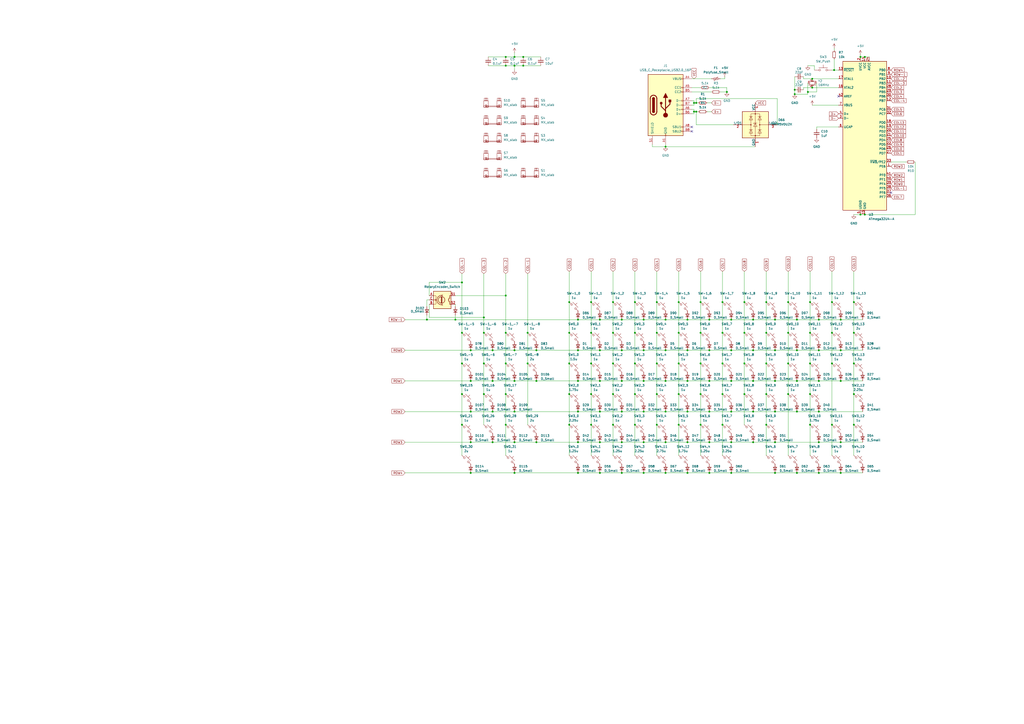
<source format=kicad_sch>
(kicad_sch (version 20231120) (generator "eeschema") (generator_version "8.0")
  (paper "A2")
  (junction (at 419.1 210.82))
  (junction (at 303.53 38.1))
  (junction (at 298.45 203.2))
  (junction (at 373.38 185.42))
  (junction (at 471.17 45.72))
  (junction (at 411.48 220.98))
  (junction (at 298.45 33.02))
  (junction (at 355.6 175.26))
  (junction (at 411.48 274.32))
  (junction (at 402.59 64.77))
  (junction (at 386.08 85.09))
  (junction (at 347.98 185.42))
  (junction (at 360.68 256.54))
  (junction (at 273.05 220.98))
  (junction (at 347.98 203.2))
  (junction (at 280.67 193.04))
  (junction (at 386.08 256.54))
  (junction (at 421.64 53.34))
  (junction (at 495.3 193.04))
  (junction (at 462.28 238.76))
  (junction (at 335.28 203.2))
  (junction (at 474.98 203.2))
  (junction (at 293.37 193.04))
  (junction (at 495.3 228.6))
  (junction (at 444.5 246.38))
  (junction (at 373.38 220.98))
  (junction (at 280.67 184.15))
  (junction (at 342.9 246.38))
  (junction (at 298.45 238.76))
  (junction (at 342.9 193.04))
  (junction (at 342.9 228.6))
  (junction (at 406.4 228.6))
  (junction (at 293.37 228.6))
  (junction (at 411.48 203.2))
  (junction (at 280.67 228.6))
  (junction (at 311.15 256.54))
  (junction (at 393.7 228.6))
  (junction (at 457.2 193.04))
  (junction (at 406.4 193.04))
  (junction (at 419.1 193.04))
  (junction (at 273.05 274.32))
  (junction (at 482.6 210.82))
  (junction (at 285.75 238.76))
  (junction (at 247.65 185.42))
  (junction (at 298.45 256.54))
  (junction (at 436.88 185.42))
  (junction (at 468.63 53.34))
  (junction (at 386.08 203.2))
  (junction (at 373.38 274.32))
  (junction (at 267.97 246.38))
  (junction (at 487.68 203.2))
  (junction (at 436.88 220.98))
  (junction (at 381 175.26))
  (junction (at 411.48 256.54))
  (junction (at 457.2 175.26))
  (junction (at 444.5 175.26))
  (junction (at 381 246.38))
  (junction (at 267.97 193.04))
  (junction (at 311.15 220.98))
  (junction (at 469.9 210.82))
  (junction (at 298.45 220.98))
  (junction (at 373.38 256.54))
  (junction (at 487.68 220.98))
  (junction (at 444.5 193.04))
  (junction (at 335.28 238.76))
  (junction (at 386.08 220.98))
  (junction (at 386.08 238.76))
  (junction (at 303.53 33.02))
  (junction (at 381 210.82))
  (junction (at 355.6 210.82))
  (junction (at 273.05 238.76))
  (junction (at 402.59 59.69))
  (junction (at 360.68 185.42))
  (junction (at 335.28 274.32))
  (junction (at 419.1 246.38))
  (junction (at 342.9 210.82))
  (junction (at 444.5 228.6))
  (junction (at 474.98 256.54))
  (junction (at 469.9 228.6))
  (junction (at 474.98 274.32))
  (junction (at 398.78 220.98))
  (junction (at 449.58 274.32))
  (junction (at 347.98 238.76))
  (junction (at 424.18 238.76))
  (junction (at 462.28 185.42))
  (junction (at 335.28 256.54))
  (junction (at 355.6 228.6))
  (junction (at 311.15 203.2))
  (junction (at 398.78 203.2))
  (junction (at 360.68 274.32))
  (junction (at 411.48 238.76))
  (junction (at 368.3 210.82))
  (junction (at 462.28 220.98))
  (junction (at 462.28 274.32))
  (junction (at 436.88 203.2))
  (junction (at 398.78 256.54))
  (junction (at 469.9 246.38))
  (junction (at 386.08 274.32))
  (junction (at 355.6 246.38))
  (junction (at 330.2 210.82))
  (junction (at 501.65 33.02))
  (junction (at 499.11 33.02))
  (junction (at 482.6 193.04))
  (junction (at 462.28 203.2))
  (junction (at 398.78 238.76))
  (junction (at 406.4 175.26))
  (junction (at 461.01 52.07))
  (junction (at 393.7 210.82))
  (junction (at 471.17 50.8))
  (junction (at 355.6 193.04))
  (junction (at 306.07 193.04))
  (junction (at 293.37 171.45))
  (junction (at 298.45 274.32))
  (junction (at 431.8 228.6))
  (junction (at 293.37 38.1))
  (junction (at 330.2 175.26))
  (junction (at 273.05 203.2))
  (junction (at 424.18 220.98))
  (junction (at 386.08 185.42))
  (junction (at 368.3 246.38))
  (junction (at 495.3 175.26))
  (junction (at 273.05 256.54))
  (junction (at 424.18 274.32))
  (junction (at 398.78 274.32))
  (junction (at 444.5 210.82))
  (junction (at 449.58 256.54))
  (junction (at 449.58 203.2))
  (junction (at 431.8 210.82))
  (junction (at 347.98 220.98))
  (junction (at 368.3 175.26))
  (junction (at 330.2 246.38))
  (junction (at 280.67 210.82))
  (junction (at 335.28 220.98))
  (junction (at 501.65 124.46))
  (junction (at 487.68 274.32))
  (junction (at 335.28 185.42))
  (junction (at 393.7 246.38))
  (junction (at 293.37 33.02))
  (junction (at 285.75 256.54))
  (junction (at 360.68 238.76))
  (junction (at 469.9 175.26))
  (junction (at 403.86 64.77))
  (junction (at 373.38 203.2))
  (junction (at 449.58 220.98))
  (junction (at 293.37 210.82))
  (junction (at 436.88 256.54))
  (junction (at 431.8 175.26))
  (junction (at 403.86 59.69))
  (junction (at 393.7 193.04))
  (junction (at 431.8 193.04))
  (junction (at 406.4 210.82))
  (junction (at 457.2 210.82))
  (junction (at 495.3 246.38))
  (junction (at 298.45 38.1))
  (junction (at 285.75 203.2))
  (junction (at 368.3 193.04))
  (junction (at 381 228.6))
  (junction (at 330.2 193.04))
  (junction (at 411.48 185.42))
  (junction (at 360.68 220.98))
  (junction (at 436.88 238.76))
  (junction (at 419.1 228.6))
  (junction (at 424.18 203.2))
  (junction (at 347.98 256.54))
  (junction (at 449.58 185.42))
  (junction (at 474.98 238.76))
  (junction (at 293.37 246.38))
  (junction (at 482.6 246.38))
  (junction (at 457.2 228.6))
  (junction (at 487.68 185.42))
  (junction (at 424.18 185.42))
  (junction (at 285.75 220.98))
  (junction (at 347.98 274.32))
  (junction (at 306.07 210.82))
  (junction (at 482.6 175.26))
  (junction (at 393.7 175.26))
  (junction (at 373.38 238.76))
  (junction (at 267.97 163.83))
  (junction (at 398.78 185.42))
  (junction (at 474.98 220.98))
  (junction (at 449.58 238.76))
  (junction (at 342.9 175.26))
  (junction (at 406.4 246.38))
  (junction (at 495.3 210.82))
  (junction (at 474.98 185.42))
  (junction (at 267.97 228.6))
  (junction (at 483.87 40.64))
  (junction (at 424.18 256.54))
  (junction (at 267.97 210.82))
  (junction (at 461.01 54.61))
  (junction (at 368.3 228.6))
  (junction (at 381 193.04))
  (junction (at 419.1 175.26))
  (junction (at 499.11 124.46))
  (junction (at 487.68 256.54))
  (junction (at 469.9 193.04))
  (junction (at 360.68 203.2))
  (junction (at 264.16 185.42))
  (junction (at 330.2 228.6))
  (no_connect (at 516.89 111.76))
  (no_connect (at 486.41 55.88))
  (no_connect (at 401.32 73.66))
  (no_connect (at 401.32 76.2))
  (wire (pts (xy 482.6 193.04) (xy 482.6 210.82)))
  (wire (pts (xy 285.75 238.76) (xy 298.45 238.76)))
  (wire (pts (xy 419.1 246.38) (xy 419.1 264.16)))
  (wire (pts (xy 402.59 60.96) (xy 401.32 60.96)))
  (wire (pts (xy 264.16 185.42) (xy 335.28 185.42)))
  (wire (pts (xy 495.3 246.38) (xy 495.3 264.16)))
  (wire (pts (xy 381 246.38) (xy 381 264.16)))
  (wire (pts (xy 398.78 238.76) (xy 411.48 238.76)))
  (wire (pts (xy 247.65 173.99) (xy 247.65 177.8)))
  (wire (pts (xy 436.88 185.42) (xy 449.58 185.42)))
  (wire (pts (xy 234.95 220.98) (xy 273.05 220.98)))
  (wire (pts (xy 450.85 57.15) (xy 403.86 57.15)))
  (wire (pts (xy 342.9 246.38) (xy 342.9 264.16)))
  (wire (pts (xy 298.45 38.1) (xy 303.53 38.1)))
  (wire (pts (xy 402.59 58.42) (xy 402.59 59.69)))
  (wire (pts (xy 457.2 228.6) (xy 457.2 264.16)))
  (wire (pts (xy 381 210.82) (xy 381 228.6)))
  (wire (pts (xy 406.4 228.6) (xy 406.4 246.38)))
  (wire (pts (xy 381 228.6) (xy 381 246.38)))
  (wire (pts (xy 406.4 246.38) (xy 406.4 264.16)))
  (wire (pts (xy 410.21 59.69) (xy 412.75 59.69)))
  (wire (pts (xy 293.37 33.02) (xy 298.45 33.02)))
  (wire (pts (xy 355.6 210.82) (xy 355.6 228.6)))
  (wire (pts (xy 495.3 175.26) (xy 495.3 193.04)))
  (wire (pts (xy 398.78 274.32) (xy 411.48 274.32)))
  (wire (pts (xy 473.71 73.66) (xy 486.41 73.66)))
  (wire (pts (xy 293.37 228.6) (xy 293.37 246.38)))
  (wire (pts (xy 487.68 185.42) (xy 500.38 185.42)))
  (wire (pts (xy 360.68 238.76) (xy 373.38 238.76)))
  (wire (pts (xy 381 175.26) (xy 381 193.04)))
  (wire (pts (xy 499.11 124.46) (xy 501.65 124.46)))
  (wire (pts (xy 462.28 203.2) (xy 474.98 203.2)))
  (wire (pts (xy 501.65 33.02) (xy 504.19 33.02)))
  (wire (pts (xy 373.38 220.98) (xy 386.08 220.98)))
  (wire (pts (xy 355.6 246.38) (xy 355.6 264.16)))
  (wire (pts (xy 293.37 171.45) (xy 293.37 193.04)))
  (wire (pts (xy 298.45 220.98) (xy 311.15 220.98)))
  (wire (pts (xy 530.86 93.98) (xy 530.86 124.46)))
  (wire (pts (xy 474.98 220.98) (xy 487.68 220.98)))
  (wire (pts (xy 347.98 203.2) (xy 360.68 203.2)))
  (wire (pts (xy 424.18 220.98) (xy 436.88 220.98)))
  (wire (pts (xy 335.28 203.2) (xy 347.98 203.2)))
  (wire (pts (xy 330.2 228.6) (xy 330.2 246.38)))
  (wire (pts (xy 267.97 210.82) (xy 267.97 228.6)))
  (wire (pts (xy 424.18 185.42) (xy 436.88 185.42)))
  (wire (pts (xy 303.53 38.1) (xy 313.69 38.1)))
  (wire (pts (xy 469.9 210.82) (xy 469.9 228.6)))
  (wire (pts (xy 234.95 203.2) (xy 273.05 203.2)))
  (wire (pts (xy 431.8 193.04) (xy 431.8 210.82)))
  (wire (pts (xy 267.97 163.83) (xy 267.97 193.04)))
  (wire (pts (xy 373.38 238.76) (xy 386.08 238.76)))
  (wire (pts (xy 457.2 175.26) (xy 457.2 193.04)))
  (wire (pts (xy 285.75 220.98) (xy 298.45 220.98)))
  (wire (pts (xy 406.4 157.48) (xy 406.4 175.26)))
  (wire (pts (xy 393.7 157.48) (xy 393.7 175.26)))
  (wire (pts (xy 401.32 50.8) (xy 406.4 50.8)))
  (wire (pts (xy 449.58 220.98) (xy 462.28 220.98)))
  (wire (pts (xy 402.59 66.04) (xy 401.32 66.04)))
  (wire (pts (xy 401.32 53.34) (xy 412.75 53.34)))
  (wire (pts (xy 449.58 185.42) (xy 462.28 185.42)))
  (wire (pts (xy 473.71 53.34) (xy 468.63 53.34)))
  (wire (pts (xy 298.45 30.48) (xy 298.45 33.02)))
  (wire (pts (xy 461.01 52.07) (xy 461.01 54.61)))
  (wire (pts (xy 283.21 33.02) (xy 293.37 33.02)))
  (wire (pts (xy 495.3 157.48) (xy 495.3 175.26)))
  (wire (pts (xy 355.6 157.48) (xy 355.6 175.26)))
  (wire (pts (xy 530.86 124.46) (xy 501.65 124.46)))
  (wire (pts (xy 444.5 193.04) (xy 444.5 210.82)))
  (wire (pts (xy 468.63 54.61) (xy 461.01 54.61)))
  (wire (pts (xy 449.58 203.2) (xy 462.28 203.2)))
  (wire (pts (xy 248.92 176.53) (xy 248.92 184.15)))
  (wire (pts (xy 234.95 274.32) (xy 273.05 274.32)))
  (wire (pts (xy 487.68 274.32) (xy 500.38 274.32)))
  (wire (pts (xy 462.28 220.98) (xy 474.98 220.98)))
  (wire (pts (xy 342.9 175.26) (xy 342.9 193.04)))
  (wire (pts (xy 360.68 220.98) (xy 373.38 220.98)))
  (wire (pts (xy 280.67 158.75) (xy 280.67 184.15)))
  (wire (pts (xy 267.97 228.6) (xy 267.97 246.38)))
  (wire (pts (xy 469.9 157.48) (xy 469.9 175.26)))
  (wire (pts (xy 335.28 185.42) (xy 347.98 185.42)))
  (wire (pts (xy 495.3 193.04) (xy 495.3 210.82)))
  (wire (pts (xy 381 193.04) (xy 381 210.82)))
  (wire (pts (xy 267.97 193.04) (xy 267.97 210.82)))
  (wire (pts (xy 273.05 238.76) (xy 285.75 238.76)))
  (wire (pts (xy 360.68 274.32) (xy 373.38 274.32)))
  (wire (pts (xy 368.3 175.26) (xy 368.3 193.04)))
  (wire (pts (xy 280.67 193.04) (xy 280.67 210.82)))
  (wire (pts (xy 424.18 203.2) (xy 436.88 203.2)))
  (wire (pts (xy 393.7 175.26) (xy 393.7 193.04)))
  (wire (pts (xy 386.08 220.98) (xy 398.78 220.98)))
  (wire (pts (xy 424.18 238.76) (xy 436.88 238.76)))
  (wire (pts (xy 273.05 203.2) (xy 285.75 203.2)))
  (wire (pts (xy 381 157.48) (xy 381 175.26)))
  (wire (pts (xy 264.16 182.88) (xy 264.16 185.42)))
  (wire (pts (xy 285.75 256.54) (xy 298.45 256.54)))
  (wire (pts (xy 473.71 48.26) (xy 473.71 53.34)))
  (wire (pts (xy 342.9 193.04) (xy 342.9 210.82)))
  (wire (pts (xy 398.78 203.2) (xy 411.48 203.2)))
  (wire (pts (xy 411.48 274.32) (xy 424.18 274.32)))
  (wire (pts (xy 234.95 185.42) (xy 247.65 185.42)))
  (wire (pts (xy 417.83 45.72) (xy 420.37 45.72)))
  (wire (pts (xy 378.46 85.09) (xy 386.08 85.09)))
  (wire (pts (xy 398.78 256.54) (xy 411.48 256.54)))
  (wire (pts (xy 471.17 45.72) (xy 486.41 45.72)))
  (wire (pts (xy 419.1 228.6) (xy 419.1 246.38)))
  (wire (pts (xy 393.7 210.82) (xy 393.7 228.6)))
  (wire (pts (xy 248.92 171.45) (xy 248.92 163.83)))
  (wire (pts (xy 360.68 185.42) (xy 373.38 185.42)))
  (wire (pts (xy 449.58 274.32) (xy 462.28 274.32)))
  (wire (pts (xy 330.2 193.04) (xy 330.2 210.82)))
  (wire (pts (xy 495.3 228.6) (xy 495.3 246.38)))
  (wire (pts (xy 293.37 193.04) (xy 293.37 210.82)))
  (wire (pts (xy 469.9 246.38) (xy 469.9 264.16)))
  (wire (pts (xy 303.53 33.02) (xy 313.69 33.02)))
  (wire (pts (xy 234.95 238.76) (xy 273.05 238.76)))
  (wire (pts (xy 403.86 64.77) (xy 405.13 64.77)))
  (wire (pts (xy 386.08 83.82) (xy 386.08 85.09)))
  (wire (pts (xy 342.9 228.6) (xy 342.9 246.38)))
  (wire (pts (xy 406.4 193.04) (xy 406.4 210.82)))
  (wire (pts (xy 419.1 210.82) (xy 419.1 228.6)))
  (wire (pts (xy 462.28 238.76) (xy 474.98 238.76)))
  (wire (pts (xy 406.4 175.26) (xy 406.4 193.04)))
  (wire (pts (xy 450.85 72.39) (xy 450.85 57.15)))
  (wire (pts (xy 411.48 238.76) (xy 424.18 238.76)))
  (wire (pts (xy 472.44 40.64) (xy 472.44 38.1)))
  (wire (pts (xy 347.98 220.98) (xy 360.68 220.98)))
  (wire (pts (xy 462.28 185.42) (xy 474.98 185.42)))
  (wire (pts (xy 248.92 173.99) (xy 247.65 173.99)))
  (wire (pts (xy 436.88 238.76) (xy 449.58 238.76)))
  (wire (pts (xy 495.3 210.82) (xy 495.3 228.6)))
  (wire (pts (xy 386.08 85.09) (xy 438.15 85.09)))
  (wire (pts (xy 355.6 228.6) (xy 355.6 246.38)))
  (wire (pts (xy 444.5 157.48) (xy 444.5 175.26)))
  (wire (pts (xy 398.78 185.42) (xy 411.48 185.42)))
  (wire (pts (xy 393.7 193.04) (xy 393.7 210.82)))
  (wire (pts (xy 431.8 157.48) (xy 431.8 175.26)))
  (wire (pts (xy 330.2 175.26) (xy 330.2 193.04)))
  (wire (pts (xy 402.59 59.69) (xy 403.86 59.69)))
  (wire (pts (xy 330.2 157.48) (xy 330.2 175.26)))
  (wire (pts (xy 473.71 73.66) (xy 473.71 74.93)))
  (wire (pts (xy 402.59 64.77) (xy 403.86 64.77)))
  (wire (pts (xy 264.16 171.45) (xy 293.37 171.45)))
  (wire (pts (xy 436.88 220.98) (xy 449.58 220.98)))
  (wire (pts (xy 403.86 57.15) (xy 403.86 59.69)))
  (wire (pts (xy 335.28 238.76) (xy 347.98 238.76)))
  (wire (pts (xy 335.28 274.32) (xy 347.98 274.32)))
  (wire (pts (xy 457.2 157.48) (xy 457.2 175.26)))
  (wire (pts (xy 474.98 203.2) (xy 487.68 203.2)))
  (wire (pts (xy 421.64 53.34) (xy 421.64 50.8)))
  (wire (pts (xy 421.64 50.8) (xy 411.48 50.8)))
  (wire (pts (xy 471.17 60.96) (xy 486.41 60.96)))
  (wire (pts (xy 487.68 256.54) (xy 500.38 256.54)))
  (wire (pts (xy 482.6 246.38) (xy 482.6 264.16)))
  (wire (pts (xy 499.11 33.02) (xy 501.65 33.02)))
  (wire (pts (xy 411.48 185.42) (xy 424.18 185.42)))
  (wire (pts (xy 469.9 175.26) (xy 469.9 193.04)))
  (wire (pts (xy 474.98 256.54) (xy 487.68 256.54)))
  (wire (pts (xy 420.37 45.72) (xy 420.37 44.45)))
  (wire (pts (xy 373.38 203.2) (xy 386.08 203.2)))
  (wire (pts (xy 436.88 203.2) (xy 449.58 203.2)))
  (wire (pts (xy 298.45 203.2) (xy 311.15 203.2)))
  (wire (pts (xy 247.65 182.88) (xy 247.65 185.42)))
  (wire (pts (xy 347.98 238.76) (xy 360.68 238.76)))
  (wire (pts (xy 393.7 228.6) (xy 393.7 246.38)))
  (wire (pts (xy 373.38 256.54) (xy 386.08 256.54)))
  (wire (pts (xy 273.05 256.54) (xy 285.75 256.54)))
  (wire (pts (xy 293.37 210.82) (xy 293.37 228.6)))
  (wire (pts (xy 449.58 256.54) (xy 474.98 256.54)))
  (wire (pts (xy 347.98 185.42) (xy 360.68 185.42)))
  (wire (pts (xy 360.68 256.54) (xy 373.38 256.54)))
  (wire (pts (xy 411.48 256.54) (xy 424.18 256.54)))
  (wire (pts (xy 355.6 193.04) (xy 355.6 210.82)))
  (wire (pts (xy 468.63 48.26) (xy 468.63 53.34)))
  (wire (pts (xy 444.5 175.26) (xy 444.5 193.04)))
  (wire (pts (xy 402.59 64.77) (xy 402.59 66.04)))
  (wire (pts (xy 342.9 157.48) (xy 342.9 175.26)))
  (wire (pts (xy 347.98 256.54) (xy 360.68 256.54)))
  (wire (pts (xy 461.01 44.45) (xy 461.01 52.07)))
  (wire (pts (xy 273.05 274.32) (xy 298.45 274.32)))
  (wire (pts (xy 335.28 256.54) (xy 347.98 256.54)))
  (wire (pts (xy 335.28 220.98) (xy 347.98 220.98)))
  (wire (pts (xy 469.9 193.04) (xy 469.9 210.82)))
  (wire (pts (xy 386.08 185.42) (xy 398.78 185.42)))
  (wire (pts (xy 495.3 124.46) (xy 499.11 124.46)))
  (wire (pts (xy 436.88 256.54) (xy 449.58 256.54)))
  (wire (pts (xy 342.9 210.82) (xy 342.9 228.6)))
  (wire (pts (xy 311.15 220.98) (xy 335.28 220.98)))
  (wire (pts (xy 472.44 38.1) (xy 468.63 38.1)))
  (wire (pts (xy 293.37 158.75) (xy 293.37 171.45)))
  (wire (pts (xy 482.6 40.64) (xy 483.87 40.64)))
  (wire (pts (xy 431.8 175.26) (xy 431.8 193.04)))
  (wire (pts (xy 267.97 246.38) (xy 267.97 264.16)))
  (wire (pts (xy 306.07 210.82) (xy 306.07 246.38)))
  (wire (pts (xy 482.6 210.82) (xy 482.6 246.38)))
  (wire (pts (xy 311.15 256.54) (xy 335.28 256.54)))
  (wire (pts (xy 234.95 256.54) (xy 273.05 256.54)))
  (wire (pts (xy 306.07 193.04) (xy 306.07 210.82)))
  (wire (pts (xy 280.67 210.82) (xy 280.67 228.6)))
  (wire (pts (xy 474.98 274.32) (xy 487.68 274.32)))
  (wire (pts (xy 431.8 228.6) (xy 431.8 246.38)))
  (wire (pts (xy 386.08 238.76) (xy 398.78 238.76)))
  (wire (pts (xy 431.8 210.82) (xy 431.8 228.6)))
  (wire (pts (xy 378.46 85.09) (xy 378.46 83.82)))
  (wire (pts (xy 483.87 34.29) (xy 483.87 40.64)))
  (wire (pts (xy 516.89 93.98) (xy 525.78 93.98)))
  (wire (pts (xy 424.18 256.54) (xy 436.88 256.54)))
  (wire (pts (xy 411.48 220.98) (xy 424.18 220.98)))
  (wire (pts (xy 280.67 228.6) (xy 280.67 246.38)))
  (wire (pts (xy 468.63 53.34) (xy 468.63 54.61)))
  (wire (pts (xy 273.05 220.98) (xy 285.75 220.98)))
  (wire (pts (xy 402.59 63.5) (xy 402.59 64.77)))
  (wire (pts (xy 393.7 246.38) (xy 393.7 264.16)))
  (wire (pts (xy 373.38 185.42) (xy 386.08 185.42)))
  (wire (pts (xy 355.6 175.26) (xy 355.6 193.04)))
  (wire (pts (xy 368.3 210.82) (xy 368.3 228.6)))
  (wire (pts (xy 417.83 53.34) (xy 421.64 53.34)))
  (wire (pts (xy 425.45 72.39) (xy 403.86 72.39)))
  (wire (pts (xy 283.21 38.1) (xy 293.37 38.1)))
  (wire (pts (xy 403.86 59.69) (xy 405.13 59.69)))
  (wire (pts (xy 411.48 203.2) (xy 424.18 203.2)))
  (wire (pts (xy 471.17 50.8) (xy 486.41 50.8)))
  (wire (pts (xy 449.58 238.76) (xy 462.28 238.76)))
  (wire (pts (xy 419.1 193.04) (xy 419.1 210.82)))
  (wire (pts (xy 466.09 45.72) (xy 471.17 45.72)))
  (wire (pts (xy 306.07 158.75) (xy 306.07 193.04)))
  (wire (pts (xy 293.37 246.38) (xy 293.37 264.16)))
  (wire (pts (xy 474.98 238.76) (xy 500.38 238.76)))
  (wire (pts (xy 487.68 203.2) (xy 500.38 203.2)))
  (wire (pts (xy 444.5 210.82) (xy 444.5 228.6)))
  (wire (pts (xy 469.9 228.6) (xy 469.9 246.38)))
  (wire (pts (xy 293.37 38.1) (xy 298.45 38.1)))
  (wire (pts (xy 298.45 33.02) (xy 303.53 33.02)))
  (wire (pts (xy 298.45 38.1) (xy 298.45 40.64)))
  (wire (pts (xy 298.45 238.76) (xy 335.28 238.76)))
  (wire (pts (xy 298.45 274.32) (xy 335.28 274.32)))
  (wire (pts (xy 462.28 274.32) (xy 474.98 274.32)))
  (wire (pts (xy 401.32 63.5) (xy 402.59 63.5)))
  (wire (pts (xy 368.3 228.6) (xy 368.3 246.38)))
  (wire (pts (xy 410.21 64.77) (xy 412.75 64.77)))
  (wire (pts (xy 406.4 210.82) (xy 406.4 228.6)))
  (wire (pts (xy 386.08 203.2) (xy 398.78 203.2)))
  (wire (pts (xy 466.09 44.45) (xy 466.09 45.72)))
  (wire (pts (xy 386.08 274.32) (xy 398.78 274.32)))
  (wire (pts (xy 457.2 193.04) (xy 457.2 210.82)))
  (wire (pts (xy 330.2 210.82) (xy 330.2 228.6)))
  (wire (pts (xy 386.08 256.54) (xy 398.78 256.54)))
  (wire (pts (xy 401.32 45.72) (xy 412.75 45.72)))
  (wire (pts (xy 487.68 220.98) (xy 500.38 220.98)))
  (wire (pts (xy 402.59 59.69) (xy 402.59 60.96)))
  (wire (pts (xy 248.92 184.15) (xy 280.67 184.15)))
  (wire (pts (xy 483.87 40.64) (xy 486.41 40.64)))
  (wire (pts (xy 264.16 176.53) (xy 264.16 177.8)))
  (wire (pts (xy 401.32 58.42) (xy 402.59 58.42)))
  (wire (pts (xy 311.15 203.2) (xy 335.28 203.2)))
  (wire (pts (xy 247.65 185.42) (xy 264.16 185.42)))
  (wire (pts (xy 267.97 158.75) (xy 267.97 163.83)))
  (wire (pts (xy 466.09 50.8) (xy 466.09 52.07)))
  (wire (pts (xy 373.38 274.32) (xy 386.08 274.32)))
  (wire (pts (xy 368.3 157.48) (xy 368.3 175.26)))
  (wire (pts (xy 444.5 246.38) (xy 444.5 264.16)))
  (wire (pts (xy 499.11 31.75) (xy 499.11 33.02)))
  (wire (pts (xy 248.92 163.83) (xy 267.97 163.83)))
  (wire (pts (xy 482.6 175.26) (xy 482.6 193.04)))
  (wire (pts (xy 483.87 27.94) (xy 483.87 29.21)))
  (wire (pts (xy 471.17 50.8) (xy 466.09 50.8)))
  (wire (pts (xy 474.98 185.42) (xy 487.68 185.42)))
  (wire (pts (xy 330.2 246.38) (xy 330.2 264.16)))
  (wire (pts (xy 368.3 193.04) (xy 368.3 210.82)))
  (wire (pts (xy 285.75 203.2) (xy 298.45 203.2)))
  (wire (pts (xy 347.98 274.32) (xy 360.68 274.32)))
  (wire (pts (xy 280.67 184.15) (xy 280.67 193.04)))
  (wire (pts (xy 424.18 274.32) (xy 449.58 274.32)))
  (wire (pts (xy 457.2 210.82) (xy 457.2 228.6)))
  (wire (pts (xy 298.45 256.54) (xy 311.15 256.54)))
  (wire (pts (xy 360.68 203.2) (xy 373.38 203.2)))
  (wire (pts (xy 482.6 157.48) (xy 482.6 175.26)))
  (wire (pts (xy 419.1 157.48) (xy 419.1 175.26)))
  (wire (pts (xy 419.1 175.26) (xy 419.1 193.04)))
  (wire (pts (xy 368.3 246.38) (xy 368.3 264.16)))
  (wire (pts (xy 444.5 228.6) (xy 444.5 246.38)))
  (wire (pts (xy 403.86 72.39) (xy 403.86 64.77)))
  (wire (pts (xy 398.78 220.98) (xy 411.48 220.98)))
  (global_label "COL9" (shape input) (at 516.89 83.82 0) (property "Intersheetrefs" "${INTERSHEET_REFS}" (effects (hide yes))))
  (global_label "ROW1" (shape input) (at 516.89 104.14 0) (property "Intersheetrefs" "${INTERSHEET_REFS}" (effects (hide yes))))
  (global_label "COL-2" (shape input) (at 293.37 158.75 90) (property "Intersheetrefs" "${INTERSHEET_REFS}" (effects (hide yes))))
  (global_label "COL11" (shape input) (at 469.9 157.48 90) (property "Intersheetrefs" "${INTERSHEET_REFS}" (effects (hide yes))))
  (global_label "ROW1" (shape input) (at 234.95 220.98 180) (property "Intersheetrefs" "${INTERSHEET_REFS}" (effects (hide yes))))
  (global_label "D-" (shape input) (at 412.75 59.69 0) (property "Intersheetrefs" "${INTERSHEET_REFS}" (effects (hide yes))))
  (global_label "COL2" (shape input) (at 516.89 50.8 0) (property "Intersheetrefs" "${INTERSHEET_REFS}" (effects (hide yes))))
  (global_label "COL7" (shape input) (at 516.89 114.3 0) (property "Intersheetrefs" "${INTERSHEET_REFS}" (effects (hide yes))))
  (global_label "COL12" (shape input) (at 482.6 157.48 90) (property "Intersheetrefs" "${INTERSHEET_REFS}" (effects (hide yes))))
  (global_label "ROW4" (shape input) (at 234.95 274.32 180) (property "Intersheetrefs" "${INTERSHEET_REFS}" (effects (hide yes))))
  (global_label "COL-1" (shape input) (at 306.07 158.75 90) (property "Intersheetrefs" "${INTERSHEET_REFS}" (effects (hide yes))))
  (global_label "COL-1" (shape input) (at 516.89 109.22 0) (property "Intersheetrefs" "${INTERSHEET_REFS}" (effects (hide yes))))
  (global_label "COL9" (shape input) (at 444.5 157.48 90) (property "Intersheetrefs" "${INTERSHEET_REFS}" (effects (hide yes))))
  (global_label "COL5" (shape input) (at 516.89 63.5 0) (property "Intersheetrefs" "${INTERSHEET_REFS}" (effects (hide yes))))
  (global_label "D+" (shape input) (at 486.41 66.04 180) (property "Intersheetrefs" "${INTERSHEET_REFS}" (effects (hide yes))))
  (global_label "COL-4" (shape input) (at 267.97 158.75 90) (property "Intersheetrefs" "${INTERSHEET_REFS}" (effects (hide yes))))
  (global_label "COL8" (shape input) (at 431.8 157.48 90) (property "Intersheetrefs" "${INTERSHEET_REFS}" (effects (hide yes))))
  (global_label "COL7" (shape input) (at 419.1 157.48 90) (property "Intersheetrefs" "${INTERSHEET_REFS}" (effects (hide yes))))
  (global_label "COL-4" (shape input) (at 516.89 58.42 0) (property "Intersheetrefs" "${INTERSHEET_REFS}" (effects (hide yes))))
  (global_label "ROW2" (shape input) (at 516.89 101.6 0) (property "Intersheetrefs" "${INTERSHEET_REFS}" (effects (hide yes))))
  (global_label "COL2" (shape input) (at 355.6 157.48 90) (property "Intersheetrefs" "${INTERSHEET_REFS}" (effects (hide yes))))
  (global_label "D-" (shape input) (at 486.41 68.58 180) (property "Intersheetrefs" "${INTERSHEET_REFS}" (effects (hide yes))))
  (global_label "VCC" (shape input) (at 402.59 45.72 90) (property "Intersheetrefs" "${INTERSHEET_REFS}" (effects (hide yes))))
  (global_label "COL-3" (shape input) (at 516.89 48.26 0) (property "Intersheetrefs" "${INTERSHEET_REFS}" (effects (hide yes))))
  (global_label "COL-3" (shape input) (at 280.67 158.75 90) (property "Intersheetrefs" "${INTERSHEET_REFS}" (effects (hide yes))))
  (global_label "COL13" (shape input) (at 516.89 71.12 0) (property "Intersheetrefs" "${INTERSHEET_REFS}" (effects (hide yes))))
  (global_label "ROW4" (shape input) (at 516.89 40.64 0) (property "Intersheetrefs" "${INTERSHEET_REFS}" (effects (hide yes))))
  (global_label "ROW3" (shape input) (at 234.95 256.54 180) (property "Intersheetrefs" "${INTERSHEET_REFS}" (effects (hide yes))))
  (global_label "ROW2" (shape input) (at 234.95 238.76 180) (property "Intersheetrefs" "${INTERSHEET_REFS}" (effects (hide yes))))
  (global_label "COL0" (shape input) (at 330.2 157.48 90) (property "Intersheetrefs" "${INTERSHEET_REFS}" (effects (hide yes))))
  (global_label "COL10" (shape input) (at 516.89 78.74 0) (property "Intersheetrefs" "${INTERSHEET_REFS}" (effects (hide yes))))
  (global_label "COL1" (shape input) (at 342.9 157.48 90) (property "Intersheetrefs" "${INTERSHEET_REFS}" (effects (hide yes))))
  (global_label "COL3" (shape input) (at 368.3 157.48 90) (property "Intersheetrefs" "${INTERSHEET_REFS}" (effects (hide yes))))
  (global_label "ROW-1" (shape input) (at 234.95 185.42 180) (property "Intersheetrefs" "${INTERSHEET_REFS}" (effects (hide yes))))
  (global_label "COL5" (shape input) (at 393.7 157.48 90) (property "Intersheetrefs" "${INTERSHEET_REFS}" (effects (hide yes))))
  (global_label "COL1" (shape input) (at 516.89 88.9 0) (property "Intersheetrefs" "${INTERSHEET_REFS}" (effects (hide yes))))
  (global_label "COL4" (shape input) (at 516.89 55.88 0) (property "Intersheetrefs" "${INTERSHEET_REFS}" (effects (hide yes))))
  (global_label "ROW-1" (shape input) (at 516.89 43.18 0) (property "Intersheetrefs" "${INTERSHEET_REFS}" (effects (hide yes))))
  (global_label "COL11" (shape input) (at 516.89 76.2 0) (property "Intersheetrefs" "${INTERSHEET_REFS}" (effects (hide yes))))
  (global_label "D+" (shape input) (at 412.75 64.77 0) (property "Intersheetrefs" "${INTERSHEET_REFS}" (effects (hide yes))))
  (global_label "ROW3" (shape input) (at 516.89 96.52 0) (property "Intersheetrefs" "${INTERSHEET_REFS}" (effects (hide yes))))
  (global_label "COL0" (shape input) (at 516.89 86.36 0) (property "Intersheetrefs" "${INTERSHEET_REFS}" (effects (hide yes))))
  (global_label "ROW0" (shape input) (at 516.89 106.68 0) (property "Intersheetrefs" "${INTERSHEET_REFS}" (effects (hide yes))))
  (global_label "COL6" (shape input) (at 516.89 66.04 0) (property "Intersheetrefs" "${INTERSHEET_REFS}" (effects (hide yes))))
  (global_label "COL4" (shape input) (at 381 157.48 90) (property "Intersheetrefs" "${INTERSHEET_REFS}" (effects (hide yes))))
  (global_label "COL8" (shape input) (at 516.89 81.28 0) (property "Intersheetrefs" "${INTERSHEET_REFS}" (effects (hide yes))))
  (global_label "COL3" (shape input) (at 516.89 53.34 0) (property "Intersheetrefs" "${INTERSHEET_REFS}" (effects (hide yes))))
  (global_label "ROW0" (shape input) (at 234.95 203.2 180) (property "Intersheetrefs" "${INTERSHEET_REFS}" (effects (hide yes))))
  (global_label "COL-2" (shape input) (at 516.89 45.72 0) (property "Intersheetrefs" "${INTERSHEET_REFS}" (effects (hide yes))))
  (global_label "COL13" (shape input) (at 495.3 157.48 90) (property "Intersheetrefs" "${INTERSHEET_REFS}" (effects (hide yes))))
  (global_label "COL12" (shape input) (at 516.89 73.66 0) (property "Intersheetrefs" "${INTERSHEET_REFS}" (effects (hide yes))))
  (global_label "VCC" (shape input) (at 438.15 59.69 0) (property "Intersheetrefs" "${INTERSHEET_REFS}" (effects (hide yes))))
  (global_label "COL6" (shape input) (at 406.4 157.48 90) (property "Intersheetrefs" "${INTERSHEET_REFS}" (effects (hide yes))))
  (global_label "COL10" (shape input) (at 457.2 157.48 90) (property "Intersheetrefs" "${INTERSHEET_REFS}" (effects (hide yes))))
  (symbol (lib_id "PCM_marbastlib-mx:MX_SW_solder") (at 434.34 213.36 0) (unit 1)
    (property "Reference" "SW1_8" (at 434.34 205.74 0))
    (property "Value" "1u" (at 434.34 208.28 0))
    (property "Footprint" "PCM_marbastlib-mx:SW_MX_1u" (effects (hide yes)))
    (property "Description" "Push button switch, normally open, two pins, 45° tilted" (effects (hide yes)))
  )
  (symbol (lib_id "Device:D_Small") (at 335.28 182.88 90) (unit 1)
    (property "Reference" "D86" (at 337.82 181.6099 90) (effects (justify right)))
    (property "Value" "D_Small" (at 337.82 184.1499 90) (effects (justify right)))
    (property "Footprint" "Diode_SMD:D_SOD-123" (effects (hide yes)))
    (property "Description" "Diode, small symbol" (effects (hide yes)))
    (property "Sim.Device" "D" (effects (hide yes)))
    (property "Sim.Pins" "1=K 2=A" (effects (hide yes)))
  )
  (symbol (lib_id "PCM_marbastlib-mx:MX_SW_solder") (at 434.34 195.58 0) (unit 1)
    (property "Reference" "SW0_8" (at 434.34 187.96 0))
    (property "Value" "1u" (at 434.34 190.5 0))
    (property "Footprint" "PCM_marbastlib-mx:SW_MX_1u" (effects (hide yes)))
    (property "Description" "Push button switch, normally open, two pins, 45° tilted" (effects (hide yes)))
  )
  (symbol (lib_id "Device:D_Small") (at 424.18 236.22 90) (unit 1)
    (property "Reference" "D36" (at 426.72 234.9499 90) (effects (justify right)))
    (property "Value" "D_Small" (at 426.72 237.4899 90) (effects (justify right)))
    (property "Footprint" "Diode_SMD:D_SOD-123" (effects (hide yes)))
    (property "Description" "Diode, small symbol" (effects (hide yes)))
    (property "Sim.Device" "D" (effects (hide yes)))
    (property "Sim.Pins" "1=K 2=A" (effects (hide yes)))
  )
  (symbol (lib_id "PCM_marbastlib-mx:MX_SW_solder") (at 383.54 177.8 0) (unit 1)
    (property "Reference" "SW-1_4" (at 383.54 170.18 0))
    (property "Value" "1u" (at 383.54 172.72 0))
    (property "Footprint" "PCM_marbastlib-mx:SW_MX_1u" (effects (hide yes)))
    (property "Description" "Push button switch, normally open, two pins, 45° tilted" (effects (hide yes)))
  )
  (symbol (lib_id "Device:D_Small") (at 500.38 254 90) (unit 1)
    (property "Reference" "D54" (at 502.92 252.7299 90) (effects (justify right)))
    (property "Value" "D_Small" (at 502.92 255.2699 90) (effects (justify right)))
    (property "Footprint" "Diode_SMD:D_SOD-123" (effects (hide yes)))
    (property "Description" "Diode, small symbol" (effects (hide yes)))
    (property "Sim.Device" "D" (effects (hide yes)))
    (property "Sim.Pins" "1=K 2=A" (effects (hide yes)))
  )
  (symbol (lib_id "Device:D_Small") (at 487.68 218.44 90) (unit 1)
    (property "Reference" "D26" (at 490.22 217.1699 90) (effects (justify right)))
    (property "Value" "D_Small" (at 490.22 219.7099 90) (effects (justify right)))
    (property "Footprint" "Diode_SMD:D_SOD-123" (effects (hide yes)))
    (property "Description" "Diode, small symbol" (effects (hide yes)))
    (property "Sim.Device" "D" (effects (hide yes)))
    (property "Sim.Pins" "1=K 2=A" (effects (hide yes)))
  )
  (symbol (lib_id "Device:R_Small") (at 528.32 93.98 270) (unit 1)
    (property "Reference" "R10" (at 528.32 99.06 90))
    (property "Value" "10k" (at 528.32 96.52 90))
    (property "Footprint" "Resistor_SMD:R_0805_2012Metric" (effects (hide yes)))
    (property "Description" "Resistor, small symbol" (effects (hide yes)))
  )
  (symbol (lib_id "Device:D_Small") (at 360.68 218.44 90) (unit 1)
    (property "Reference" "D16" (at 363.22 217.1699 90) (effects (justify right)))
    (property "Value" "D_Small" (at 363.22 219.7099 90) (effects (justify right)))
    (property "Footprint" "Diode_SMD:D_SOD-123" (effects (hide yes)))
    (property "Description" "Diode, small symbol" (effects (hide yes)))
    (property "Sim.Device" "D" (effects (hide yes)))
    (property "Sim.Pins" "1=K 2=A" (effects (hide yes)))
  )
  (symbol (lib_id "Device:D_Small") (at 500.38 271.78 90) (unit 1)
    (property "Reference" "D65" (at 502.92 270.5099 90) (effects (justify right)))
    (property "Value" "D_Small" (at 502.92 273.0499 90) (effects (justify right)))
    (property "Footprint" "Diode_SMD:D_SOD-123" (effects (hide yes)))
    (property "Description" "Diode, small symbol" (effects (hide yes)))
    (property "Sim.Device" "D" (effects (hide yes)))
    (property "Sim.Pins" "1=K 2=A" (effects (hide yes)))
  )
  (symbol (lib_id "PCM_marbastlib-mx:MX_SW_solder") (at 370.84 266.7 0) (unit 1)
    (property "Reference" "SW4_3" (at 370.84 259.08 0))
    (property "Value" "2.25u" (at 370.84 261.62 0))
    (property "Footprint" "PCM_marbastlib-mx:SW_MX_1u" (effects (hide yes)))
    (property "Description" "Push button switch, normally open, two pins, 45° tilted" (effects (hide yes)))
  )
  (symbol (lib_id "Device:D_Small") (at 411.48 254 90) (unit 1)
    (property "Reference" "D48" (at 414.02 252.7299 90) (effects (justify right)))
    (property "Value" "D_Small" (at 414.02 255.2699 90) (effects (justify right)))
    (property "Footprint" "Diode_SMD:D_SOD-123" (effects (hide yes)))
    (property "Description" "Diode, small symbol" (effects (hide yes)))
    (property "Sim.Device" "D" (effects (hide yes)))
    (property "Sim.Pins" "1=K 2=A" (effects (hide yes)))
  )
  (symbol (lib_id "PCM_marbastlib-mx:MX_stab") (at 307.34 59.69 0) (unit 1)
    (property "Reference" "S5" (at 313.69 58.2929 0) (effects (justify left)))
    (property "Value" "MX_stab" (at 313.69 60.8329 0) (effects (justify left)))
    (property "Footprint" "PCM_marbastlib-mx:STAB_MX_2u" (effects (hide yes)))
    (property "Description" "Cherry MX-style stabilizer" (effects (hide yes)))
  )
  (symbol (lib_id "Device:D_Small") (at 264.16 180.34 90) (unit 1)
    (property "Reference" "D103" (at 266.7 179.0699 90) (effects (justify right)))
    (property "Value" "D_Small" (at 266.7 181.6099 90) (effects (justify right)))
    (property "Footprint" "Diode_SMD:D_SOD-123" (effects (hide yes)))
    (property "Description" "Diode, small symbol" (effects (hide yes)))
    (property "Sim.Device" "D" (effects (hide yes)))
    (property "Sim.Pins" "1=K 2=A" (effects (hide yes)))
  )
  (symbol (lib_id "Device:D_Small") (at 347.98 182.88 90) (unit 1)
    (property "Reference" "D87" (at 350.52 181.6099 90) (effects (justify right)))
    (property "Value" "D_Small" (at 350.52 184.1499 90) (effects (justify right)))
    (property "Footprint" "Diode_SMD:D_SOD-123" (effects (hide yes)))
    (property "Description" "Diode, small symbol" (effects (hide yes)))
    (property "Sim.Device" "D" (effects (hide yes)))
    (property "Sim.Pins" "1=K 2=A" (effects (hide yes)))
  )
  (symbol (lib_id "PCM_marbastlib-mx:MX_SW_solder") (at 295.91 266.7 0) (unit 1)
    (property "Reference" "SW0_31" (at 295.91 259.08 0))
    (property "Value" "1u" (at 295.91 261.62 0))
    (property "Footprint" "PCM_marbastlib-mx:SW_MX_1u" (effects (hide yes)))
    (property "Description" "Push button switch, normally open, two pins, 45° tilted" (effects (hide yes)))
  )
  (symbol (lib_id "PCM_marbastlib-mx:MX_SW_solder") (at 358.14 213.36 0) (unit 1)
    (property "Reference" "SW1_2" (at 358.14 205.74 0))
    (property "Value" "1u" (at 358.14 208.28 0))
    (property "Footprint" "PCM_marbastlib-mx:SW_MX_1u" (effects (hide yes)))
    (property "Description" "Push button switch, normally open, two pins, 45° tilted" (effects (hide yes)))
  )
  (symbol (lib_id "PCM_marbastlib-mx:MX_SW_solder") (at 283.21 195.58 0) (unit 1)
    (property "Reference" "SW-1_-6" (at 283.21 187.96 0))
    (property "Value" "1u" (at 283.21 190.5 0))
    (property "Footprint" "PCM_marbastlib-mx:SW_MX_1u" (effects (hide yes)))
    (property "Description" "Push button switch, normally open, two pins, 45° tilted" (effects (hide yes)))
  )
  (symbol (lib_id "power:GND") (at 298.45 40.64 0) (unit 1)
    (property "Reference" "#PWR010" (effects (hide yes)))
    (property "Value" "GND" (at 298.45 45.72 0))
    (property "Description" "Power symbol creates a global label with name \"GND\" , ground" (effects (hide yes)))
  )
  (symbol (lib_id "Connector:USB_C_Receptacle_USB2.0_16P") (at 386.08 60.96 0) (unit 1)
    (property "Reference" "J1" (at 386.08 38.1 0))
    (property "Value" "USB_C_Receptacle_USB2.0_16P" (at 386.08 40.64 0))
    (property "Footprint" "Connector_USB:USB_C_Receptacle_HRO_TYPE-C-31-M-12" (effects (hide yes)))
    (property "Datasheet" "https://www.usb.org/sites/default/files/documents/usb_type-c.zip" (effects (hide yes)))
    (property "Description" "USB 2.0-only 16P Type-C Receptacle connector" (effects (hide yes)))
  )
  (symbol (lib_id "PCM_marbastlib-mx:MX_SW_solder") (at 447.04 213.36 0) (unit 1)
    (property "Reference" "SW1_9" (at 447.04 205.74 0))
    (property "Value" "1u" (at 447.04 208.28 0))
    (property "Footprint" "PCM_marbastlib-mx:SW_MX_1u" (effects (hide yes)))
    (property "Description" "Push button switch, normally open, two pins, 45° tilted" (effects (hide yes)))
  )
  (symbol (lib_id "Device:D_Small") (at 360.68 254 90) (unit 1)
    (property "Reference" "D44" (at 363.22 252.7299 90) (effects (justify right)))
    (property "Value" "D_Small" (at 363.22 255.2699 90) (effects (justify right)))
    (property "Footprint" "Diode_SMD:D_SOD-123" (effects (hide yes)))
    (property "Description" "Diode, small symbol" (effects (hide yes)))
    (property "Sim.Device" "D" (effects (hide yes)))
    (property "Sim.Pins" "1=K 2=A" (effects (hide yes)))
  )
  (symbol (lib_id "PCM_marbastlib-mx:MX_SW_solder") (at 459.74 231.14 0) (unit 1)
    (property "Reference" "SW2_10" (at 459.74 223.52 0))
    (property "Value" "1u" (at 459.74 226.06 0))
    (property "Footprint" "PCM_marbastlib-mx:SW_MX_1u" (effects (hide yes)))
    (property "Description" "Push button switch, normally open, two pins, 45° tilted" (effects (hide yes)))
  )
  (symbol (lib_id "Device:D_Small") (at 298.45 271.78 90) (unit 1)
    (property "Reference" "D115" (at 300.99 270.5099 90) (effects (justify right)))
    (property "Value" "D_Small" (at 300.99 273.0499 90) (effects (justify right)))
    (property "Footprint" "Diode_SMD:D_SOD-123" (effects (hide yes)))
    (property "Description" "Diode, small symbol" (effects (hide yes)))
    (property "Sim.Device" "D" (effects (hide yes)))
    (property "Sim.Pins" "1=K 2=A" (effects (hide yes)))
  )
  (symbol (lib_id "PCM_marbastlib-mx:MX_SW_solder") (at 396.24 177.8 0) (unit 1)
    (property "Reference" "SW-1_5" (at 396.24 170.18 0))
    (property "Value" "1u" (at 396.24 172.72 0))
    (property "Footprint" "PCM_marbastlib-mx:SW_MX_1u" (effects (hide yes)))
    (property "Description" "Push button switch, normally open, two pins, 45° tilted" (effects (hide yes)))
  )
  (symbol (lib_id "Device:D_Small") (at 247.65 180.34 90) (unit 1)
    (property "Reference" "D102" (at 246.126 178.054 90) (effects (justify left bottom)))
    (property "Value" "D_Small" (at 238.252 180.594 90) (effects (justify right)))
    (property "Footprint" "Diode_SMD:D_SOD-123" (effects (hide yes)))
    (property "Description" "Diode, small symbol" (effects (hide yes)))
    (property "Sim.Device" "D" (effects (hide yes)))
    (property "Sim.Pins" "1=K 2=A" (effects (hide yes)))
  )
  (symbol (lib_id "PCM_marbastlib-mx:MX_SW_solder") (at 472.44 231.14 0) (unit 1)
    (property "Reference" "SW2_11" (at 472.44 223.52 0))
    (property "Value" "1u" (at 472.44 226.06 0))
    (property "Footprint" "PCM_marbastlib-mx:SW_MX_1u" (effects (hide yes)))
    (property "Description" "Push button switch, normally open, two pins, 45° tilted" (effects (hide yes)))
  )
  (symbol (lib_id "PCM_marbastlib-mx:MX_SW_solder") (at 408.94 248.92 0) (unit 1)
    (property "Reference" "SW3_6" (at 408.94 241.3 0))
    (property "Value" "1u" (at 408.94 243.84 0))
    (property "Footprint" "PCM_marbastlib-mx:SW_MX_1u" (effects (hide yes)))
    (property "Description" "Push button switch, normally open, two pins, 45° tilted" (effects (hide yes)))
  )
  (symbol (lib_id "Device:D_Small") (at 285.75 236.22 90) (unit 1)
    (property "Reference" "D108" (at 288.29 234.9499 90) (effects (justify right)))
    (property "Value" "D_Small" (at 288.29 237.4899 90) (effects (justify right)))
    (property "Footprint" "Diode_SMD:D_SOD-123" (effects (hide yes)))
    (property "Description" "Diode, small symbol" (effects (hide yes)))
    (property "Sim.Device" "D" (effects (hide yes)))
    (property "Sim.Pins" "1=K 2=A" (effects (hide yes)))
  )
  (symbol (lib_id "Device:D_Small") (at 373.38 218.44 90) (unit 1)
    (property "Reference" "D17" (at 375.92 217.1699 90) (effects (justify right)))
    (property "Value" "D_Small" (at 375.92 219.7099 90) (effects (justify right)))
    (property "Footprint" "Diode_SMD:D_SOD-123" (effects (hide yes)))
    (property "Description" "Diode, small symbol" (effects (hide yes)))
    (property "Sim.Device" "D" (effects (hide yes)))
    (property "Sim.Pins" "1=K 2=A" (effects (hide yes)))
  )
  (symbol (lib_id "Device:D_Small") (at 386.08 254 90) (unit 1)
    (property "Reference" "D46" (at 388.62 252.7299 90) (effects (justify right)))
    (property "Value" "D_Small" (at 388.62 255.2699 90) (effects (justify right)))
    (property "Footprint" "Diode_SMD:D_SOD-123" (effects (hide yes)))
    (property "Description" "Diode, small symbol" (effects (hide yes)))
    (property "Sim.Device" "D" (effects (hide yes)))
    (property "Sim.Pins" "1=K 2=A" (effects (hide yes)))
  )
  (symbol (lib_id "Device:Crystal_GND24_Small") (at 471.17 48.26 270) (unit 1)
    (property "Reference" "Y2" (at 475.742 46.99 90))
    (property "Value" "16MHz" (at 477.774 49.276 90))
    (property "Footprint" "Crystal:Crystal_SMD_3225-4Pin_3.2x2.5mm" (effects (hide yes)))
    (property "Description" "Four pin crystal, GND on pins 2 and 4, small symbol" (effects (hide yes)))
  )
  (symbol (lib_id "PCM_marbastlib-mx:MX_SW_solder") (at 383.54 266.7 0) (unit 1)
    (property "Reference" "SW4_11" (at 383.54 259.08 0))
    (property "Value" "2.75u" (at 383.54 261.62 0))
    (property "Footprint" "PCM_marbastlib-mx:SW_MX_1u" (effects (hide yes)))
    (property "Description" "Push button switch, normally open, two pins, 45° tilted" (effects (hide yes)))
  )
  (symbol (lib_id "Device:Polyfuse_Small") (at 415.29 45.72 90) (unit 1)
    (property "Reference" "F1" (at 415.29 39.37 90))
    (property "Value" "Polyfuse_Small" (at 415.29 41.91 90))
    (property "Footprint" "Fuse:Fuse_1206_3216Metric_Pad1.42x1.75mm_HandSolder" (effects (hide yes)))
    (property "Description" "Resettable fuse, polymeric positive temperature coefficient, small symbol" (effects (hide yes)))
  )
  (symbol (lib_id "PCM_marbastlib-mx:MX_SW_solder") (at 408.94 266.7 0) (unit 1)
    (property "Reference" "SW4_4" (at 408.94 259.08 0))
    (property "Value" "1.25u" (at 408.94 261.62 0))
    (property "Footprint" "PCM_marbastlib-mx:SW_MX_1.25u" (effects (hide yes)))
    (property "Description" "Push button switch, normally open, two pins, 45° tilted" (effects (hide yes)))
  )
  (symbol (lib_id "PCM_marbastlib-mx:MX_SW_solder") (at 332.74 248.92 0) (unit 1)
    (property "Reference" "SW3_0" (at 332.74 241.3 0))
    (property "Value" "2.25u" (at 332.74 243.84 0))
    (property "Footprint" "PCM_marbastlib-mx:SW_MX_1u" (effects (hide yes)))
    (property "Description" "Push button switch, normally open, two pins, 45° tilted" (effects (hide yes)))
  )
  (symbol (lib_id "PCM_marbastlib-mx:MX_SW_solder") (at 497.84 177.8 0) (unit 1)
    (property "Reference" "SW-1_13" (at 497.84 170.18 0))
    (property "Value" "1u" (at 497.84 172.72 0))
    (property "Footprint" "PCM_marbastlib-mx:SW_MX_1u" (effects (hide yes)))
    (property "Description" "Push button switch, normally open, two pins, 45° tilted" (effects (hide yes)))
  )
  (symbol (lib_id "PCM_marbastlib-mx:MX_SW_solder") (at 345.44 266.7 0) (unit 1)
    (property "Reference" "SW4_1" (at 345.44 259.08 0))
    (property "Value" "1.25u" (at 345.44 261.62 0))
    (property "Footprint" "PCM_marbastlib-mx:SW_MX_1.25u" (effects (hide yes)))
    (property "Description" "Push button switch, normally open, two pins, 45° tilted" (effects (hide yes)))
  )
  (symbol (lib_id "PCM_marbastlib-mx:MX_stab") (at 307.34 69.85 0) (unit 1)
    (property "Reference" "S4" (at 313.69 68.4529 0) (effects (justify left)))
    (property "Value" "MX_stab" (at 313.69 70.9929 0) (effects (justify left)))
    (property "Footprint" "PCM_marbastlib-mx:STAB_MX_2.25u" (effects (hide yes)))
    (property "Description" "Cherry MX-style stabilizer" (effects (hide yes)))
  )
  (symbol (lib_id "Device:D_Small") (at 398.78 200.66 90) (unit 1)
    (property "Reference" "D6" (at 401.32 199.3899 90) (effects (justify right)))
    (property "Value" "D_Small" (at 401.32 201.9299 90) (effects (justify right)))
    (property "Footprint" "Diode_SMD:D_SOD-123" (effects (hide yes)))
    (property "Description" "Diode, small symbol" (effects (hide yes)))
    (property "Sim.Device" "D" (effects (hide yes)))
    (property "Sim.Pins" "1=K 2=A" (effects (hide yes)))
  )
  (symbol (lib_id "PCM_marbastlib-mx:MX_SW_solder") (at 459.74 195.58 0) (unit 1)
    (property "Reference" "SW0_10" (at 459.74 187.96 0))
    (property "Value" "1u" (at 459.74 190.5 0))
    (property "Footprint" "PCM_marbastlib-mx:SW_MX_1u" (effects (hide yes)))
    (property "Description" "Push button switch, normally open, two pins, 45° tilted" (effects (hide yes)))
  )
  (symbol (lib_id "PCM_marbastlib-mx:MX_SW_solder") (at 345.44 248.92 0) (unit 1)
    (property "Reference" "SW3_1" (at 345.44 241.3 0))
    (property "Value" "1u" (at 345.44 243.84 0))
    (property "Footprint" "PCM_marbastlib-mx:SW_MX_1u" (effects (hide yes)))
    (property "Description" "Push button switch, normally open, two pins, 45° tilted" (effects (hide yes)))
  )
  (symbol (lib_id "PCM_marbastlib-mx:MX_SW_solder") (at 358.14 195.58 0) (unit 1)
    (property "Reference" "SW0_2" (at 358.14 187.96 0))
    (property "Value" "1u" (at 358.14 190.5 0))
    (property "Footprint" "PCM_marbastlib-mx:SW_MX_1u" (effects (hide yes)))
    (property "Description" "Push button switch, normally open, two pins, 45° tilted" (effects (hide yes)))
  )
  (symbol (lib_id "PCM_marbastlib-mx:MX_SW_solder") (at 472.44 266.7 0) (unit 1)
    (property "Reference" "SW4_8" (at 472.44 259.08 0))
    (property "Value" "1u" (at 472.44 261.62 0))
    (property "Footprint" "PCM_marbastlib-mx:SW_MX_1u" (effects (hide yes)))
    (property "Description" "Push button switch, normally open, two pins, 45° tilted" (effects (hide yes)))
  )
  (symbol (lib_id "Device:C_Small") (at 463.55 44.45 90) (unit 1)
    (property "Reference" "C8" (at 463.55 39.878 90))
    (property "Value" "22pF" (at 463.55 41.91 90))
    (property "Footprint" "Resistor_SMD:R_0805_2012Metric" (effects (hide yes)))
    (property "Description" "Unpolarized capacitor, small symbol" (effects (hide yes)))
  )
  (symbol (lib_id "PCM_marbastlib-mx:MX_SW_solder") (at 283.21 213.36 0) (unit 1)
    (property "Reference" "SW0_-6" (at 283.21 205.74 0))
    (property "Value" "1u" (at 283.21 208.28 0))
    (property "Footprint" "PCM_marbastlib-mx:SW_MX_1u" (effects (hide yes)))
    (property "Description" "Push button switch, normally open, two pins, 45° tilted" (effects (hide yes)))
  )
  (symbol (lib_id "Device:D_Small") (at 449.58 254 90) (unit 1)
    (property "Reference" "D51" (at 452.12 252.7299 90) (effects (justify right)))
    (property "Value" "D_Small" (at 452.12 255.2699 90) (effects (justify right)))
    (property "Footprint" "Diode_SMD:D_SOD-123" (effects (hide yes)))
    (property "Description" "Diode, small symbol" (effects (hide yes)))
    (property "Sim.Device" "D" (effects (hide yes)))
    (property "Sim.Pins" "1=K 2=A" (effects (hide yes)))
  )
  (symbol (lib_id "Device:R_Small") (at 408.94 50.8 90) (unit 1)
    (property "Reference" "R2" (at 408.94 50.8 90))
    (property "Value" "5.1k" (at 408.94 48.26 90))
    (property "Footprint" "Resistor_SMD:R_0805_2012Metric" (effects (hide yes)))
    (property "Description" "Resistor, small symbol" (effects (hide yes)))
  )
  (symbol (lib_id "PCM_marbastlib-mx:MX_SW_solder") (at 332.74 195.58 0) (unit 1)
    (property "Reference" "SW0_0" (at 332.74 187.96 0))
    (property "Value" "1u" (at 332.74 190.5 0))
    (property "Footprint" "PCM_marbastlib-mx:SW_MX_1u" (effects (hide yes)))
    (property "Description" "Push button switch, normally open, two pins, 45° tilted" (effects (hide yes)))
  )
  (symbol (lib_id "Device:D_Small") (at 474.98 182.88 90) (unit 1)
    (property "Reference" "D98" (at 477.52 181.6099 90) (effects (justify right)))
    (property "Value" "D_Small" (at 477.52 184.1499 90) (effects (justify right)))
    (property "Footprint" "Diode_SMD:D_SOD-123" (effects (hide yes)))
    (property "Description" "Diode, small symbol" (effects (hide yes)))
    (property "Sim.Device" "D" (effects (hide yes)))
    (property "Sim.Pins" "1=K 2=A" (effects (hide yes)))
  )
  (symbol (lib_id "PCM_marbastlib-mx:MX_SW_solder") (at 370.84 248.92 0) (unit 1)
    (property "Reference" "SW3_3" (at 370.84 241.3 0))
    (property "Value" "1u" (at 370.84 243.84 0))
    (property "Footprint" "PCM_marbastlib-mx:SW_MX_1u" (effects (hide yes)))
    (property "Description" "Push button switch, normally open, two pins, 45° tilted" (effects (hide yes)))
  )
  (symbol (lib_id "Device:D_Small") (at 360.68 200.66 90) (unit 1)
    (property "Reference" "D3" (at 363.22 199.3899 90) (effects (justify right)))
    (property "Value" "D_Small" (at 363.22 201.9299 90) (effects (justify right)))
    (property "Footprint" "Diode_SMD:D_SOD-123" (effects (hide yes)))
    (property "Description" "Diode, small symbol" (effects (hide yes)))
    (property "Sim.Device" "D" (effects (hide yes)))
    (property "Sim.Pins" "1=K 2=A" (effects (hide yes)))
  )
  (symbol (lib_id "Device:D_Small") (at 462.28 236.22 90) (unit 1)
    (property "Reference" "D39" (at 464.82 234.9499 90) (effects (justify right)))
    (property "Value" "D_Small" (at 464.82 237.4899 90) (effects (justify right)))
    (property "Footprint" "Diode_SMD:D_SOD-123" (effects (hide yes)))
    (property "Description" "Diode, small symbol" (effects (hide yes)))
    (property "Sim.Device" "D" (effects (hide yes)))
    (property "Sim.Pins" "1=K 2=A" (effects (hide yes)))
  )
  (symbol (lib_id "power:+5V") (at 499.11 31.75 0) (unit 1)
    (property "Reference" "#PWR020" (effects (hide yes)))
    (property "Value" "+5V" (at 499.11 26.67 0))
    (property "Description" "Power symbol creates a global label with name \"+5V\"" (effects (hide yes)))
  )
  (symbol (lib_id "Device:D_Small") (at 474.98 218.44 90) (unit 1)
    (property "Reference" "D25" (at 477.52 217.1699 90) (effects (justify right)))
    (property "Value" "D_Small" (at 477.52 219.7099 90) (effects (justify right)))
    (property "Footprint" "Diode_SMD:D_SOD-123" (effects (hide yes)))
    (property "Description" "Diode, small symbol" (effects (hide yes)))
    (property "Sim.Device" "D" (effects (hide yes)))
    (property "Sim.Pins" "1=K 2=A" (effects (hide yes)))
  )
  (symbol (lib_id "Device:D_Small") (at 474.98 271.78 90) (unit 1)
    (property "Reference" "D63" (at 477.52 270.5099 90) (effects (justify right)))
    (property "Value" "D_Small" (at 477.52 273.0499 90) (effects (justify right)))
    (property "Footprint" "Diode_SMD:D_SOD-123" (effects (hide yes)))
    (property "Description" "Diode, small symbol" (effects (hide yes)))
    (property "Sim.Device" "D" (effects (hide yes)))
    (property "Sim.Pins" "1=K 2=A" (effects (hide yes)))
  )
  (symbol (lib_id "PCM_marbastlib-mx:MX_SW_solder") (at 358.14 231.14 0) (unit 1)
    (property "Reference" "SW2_2" (at 358.14 223.52 0))
    (property "Value" "1u" (at 358.14 226.06 0))
    (property "Footprint" "PCM_marbastlib-mx:SW_MX_1u" (effects (hide yes)))
    (property "Description" "Push button switch, normally open, two pins, 45° tilted" (effects (hide yes)))
  )
  (symbol (lib_id "PCM_marbastlib-mx:MX_SW_solder") (at 345.44 195.58 0) (unit 1)
    (property "Reference" "SW0_1" (at 345.44 187.96 0))
    (property "Value" "1u" (at 345.44 190.5 0))
    (property "Footprint" "PCM_marbastlib-mx:SW_MX_1u" (effects (hide yes)))
    (property "Description" "Push button switch, normally open, two pins, 45° tilted" (effects (hide yes)))
  )
  (symbol (lib_id "PCM_marbastlib-mx:MX_stab") (at 307.34 100.33 0) (unit 1)
    (property "Reference" "S1" (at 313.69 98.9329 0) (effects (justify left)))
    (property "Value" "MX_stab" (at 313.69 101.4729 0) (effects (justify left)))
    (property "Footprint" "PCM_marbastlib-mx:STAB_MX_2.25u" (effects (hide yes)))
    (property "Description" "Cherry MX-style stabilizer" (effects (hide yes)))
  )
  (symbol (lib_id "Device:D_Small") (at 335.28 236.22 90) (unit 1)
    (property "Reference" "D29" (at 337.82 234.9499 90) (effects (justify right)))
    (property "Value" "D_Small" (at 337.82 237.4899 90) (effects (justify right)))
    (property "Footprint" "Diode_SMD:D_SOD-123" (effects (hide yes)))
    (property "Description" "Diode, small symbol" (effects (hide yes)))
    (property "Sim.Device" "D" (effects (hide yes)))
    (property "Sim.Pins" "1=K 2=A" (effects (hide yes)))
  )
  (symbol (lib_id "Device:D_Small") (at 398.78 182.88 90) (unit 1)
    (property "Reference" "D92" (at 401.32 181.6099 90) (effects (justify right)))
    (property "Value" "D_Small" (at 401.32 184.1499 90) (effects (justify right)))
    (property "Footprint" "Diode_SMD:D_SOD-123" (effects (hide yes)))
    (property "Description" "Diode, small symbol" (effects (hide yes)))
    (property "Sim.Device" "D" (effects (hide yes)))
    (property "Sim.Pins" "1=K 2=A" (effects (hide yes)))
  )
  (symbol (lib_id "PCM_marbastlib-mx:MX_stab") (at 285.75 90.17 0) (unit 1)
    (property "Reference" "S7" (at 292.1 88.7729 0) (effects (justify left)))
    (property "Value" "MX_stab" (at 292.1 91.3129 0) (effects (justify left)))
    (property "Footprint" "PCM_marbastlib-mx:STAB_MX_2u" (effects (hide yes)))
    (property "Description" "Cherry MX-style stabilizer" (effects (hide yes)))
  )
  (symbol (lib_id "PCM_marbastlib-mx:MX_SW_solder") (at 421.64 195.58 0) (unit 1)
    (property "Reference" "SW0_7" (at 421.64 187.96 0))
    (property "Value" "1u" (at 421.64 190.5 0))
    (property "Footprint" "PCM_marbastlib-mx:SW_MX_1u" (effects (hide yes)))
    (property "Description" "Push button switch, normally open, two pins, 45° tilted" (effects (hide yes)))
  )
  (symbol (lib_id "power:GND") (at 386.08 85.09 0) (unit 1)
    (property "Reference" "#PWR018" (effects (hide yes)))
    (property "Value" "GND" (at 386.08 90.17 0))
    (property "Description" "Power symbol creates a global label with name \"GND\" , ground" (effects (hide yes)))
  )
  (symbol (lib_id "Device:D_Small") (at 449.58 200.66 90) (unit 1)
    (property "Reference" "D10" (at 452.12 199.3899 90) (effects (justify right)))
    (property "Value" "D_Small" (at 452.12 201.9299 90) (effects (justify right)))
    (property "Footprint" "Diode_SMD:D_SOD-123" (effects (hide yes)))
    (property "Description" "Diode, small symbol" (effects (hide yes)))
    (property "Sim.Device" "D" (effects (hide yes)))
    (property "Sim.Pins" "1=K 2=A" (effects (hide yes)))
  )
  (symbol (lib_id "power:+5V") (at 471.17 60.96 0) (unit 1)
    (property "Reference" "#PWR014" (effects (hide yes)))
    (property "Value" "+5V" (at 471.17 55.88 0))
    (property "Description" "Power symbol creates a global label with name \"+5V\"" (effects (hide yes)))
  )
  (symbol (lib_id "Device:D_Small") (at 398.78 236.22 90) (unit 1)
    (property "Reference" "D34" (at 401.32 234.9499 90) (effects (justify right)))
    (property "Value" "D_Small" (at 401.32 237.4899 90) (effects (justify right)))
    (property "Footprint" "Diode_SMD:D_SOD-123" (effects (hide yes)))
    (property "Description" "Diode, small symbol" (effects (hide yes)))
    (property "Sim.Device" "D" (effects (hide yes)))
    (property "Sim.Pins" "1=K 2=A" (effects (hide yes)))
  )
  (symbol (lib_id "PCM_marbastlib-mx:MX_SW_solder") (at 434.34 177.8 0) (unit 1)
    (property "Reference" "SW-1_8" (at 434.34 170.18 0))
    (property "Value" "1u" (at 434.34 172.72 0))
    (property "Footprint" "PCM_marbastlib-mx:SW_MX_1u" (effects (hide yes)))
    (property "Description" "Push button switch, normally open, two pins, 45° tilted" (effects (hide yes)))
  )
  (symbol (lib_id "power:GND") (at 473.71 80.01 0) (unit 1)
    (property "Reference" "#PWR015" (effects (hide yes)))
    (property "Value" "GND" (at 473.71 85.09 0))
    (property "Description" "Power symbol creates a global label with name \"GND\" , ground" (effects (hide yes)))
  )
  (symbol (lib_id "PCM_marbastlib-mx:MX_SW_solder") (at 370.84 231.14 0) (unit 1)
    (property "Reference" "SW2_3" (at 370.84 223.52 0))
    (property "Value" "1u" (at 370.84 226.06 0))
    (property "Footprint" "PCM_marbastlib-mx:SW_MX_1u" (effects (hide yes)))
    (property "Description" "Push button switch, normally open, two pins, 45° tilted" (effects (hide yes)))
  )
  (symbol (lib_id "Device:D_Small") (at 462.28 218.44 90) (unit 1)
    (property "Reference" "D24" (at 464.82 217.1699 90) (effects (justify right)))
    (property "Value" "D_Small" (at 464.82 219.7099 90) (effects (justify right)))
    (property "Footprint" "Diode_SMD:D_SOD-123" (effects (hide yes)))
    (property "Description" "Diode, small symbol" (effects (hide yes)))
    (property "Sim.Device" "D" (effects (hide yes)))
    (property "Sim.Pins" "1=K 2=A" (effects (hide yes)))
  )
  (symbol (lib_id "PCM_marbastlib-mx:MX_SW_solder") (at 345.44 177.8 0) (unit 1)
    (property "Reference" "SW-1_1" (at 345.44 170.18 0))
    (property "Value" "1u" (at 345.44 172.72 0))
    (property "Footprint" "PCM_marbastlib-mx:SW_MX_1u" (effects (hide yes)))
    (property "Description" "Push button switch, normally open, two pins, 45° tilted" (effects (hide yes)))
  )
  (symbol (lib_id "Device:D_Small") (at 386.08 236.22 90) (unit 1)
    (property "Reference" "D33" (at 388.62 234.9499 90) (effects (justify right)))
    (property "Value" "D_Small" (at 388.62 237.4899 90) (effects (justify right)))
    (property "Footprint" "Diode_SMD:D_SOD-123" (effects (hide yes)))
    (property "Description" "Diode, small symbol" (effects (hide yes)))
    (property "Sim.Device" "D" (effects (hide yes)))
    (property "Sim.Pins" "1=K 2=A" (effects (hide yes)))
  )
  (symbol (lib_id "PCM_marbastlib-mx:MX_SW_solder") (at 472.44 195.58 0) (unit 1)
    (property "Reference" "SW0_11" (at 472.44 187.96 0))
    (property "Value" "1u" (at 472.44 190.5 0))
    (property "Footprint" "PCM_marbastlib-mx:SW_MX_1u" (effects (hide yes)))
    (property "Description" "Push button switch, normally open, two pins, 45° tilted" (effects (hide yes)))
  )
  (symbol (lib_id "Device:D_Small") (at 373.38 254 90) (unit 1)
    (property "Reference" "D45" (at 375.92 252.7299 90) (effects (justify right)))
    (property "Value" "D_Small" (at 375.92 255.2699 90) (effects (justify right)))
    (property "Footprint" "Diode_SMD:D_SOD-123" (effects (hide yes)))
    (property "Description" "Diode, small symbol" (effects (hide yes)))
    (property "Sim.Device" "D" (effects (hide yes)))
    (property "Sim.Pins" "1=K 2=A" (effects (hide yes)))
  )
  (symbol (lib_id "Device:R_Small") (at 407.67 59.69 90) (unit 1)
    (property "Reference" "R1" (at 407.67 54.61 90))
    (property "Value" "5.1k" (at 407.67 57.15 90))
    (property "Footprint" "Resistor_SMD:R_0805_2012Metric" (effects (hide yes)))
    (property "Description" "Resistor, small symbol" (effects (hide yes)))
  )
  (symbol (lib_id "PCM_marbastlib-mx:MX_SW_solder") (at 497.84 213.36 0) (unit 1)
    (property "Reference" "SW1_13" (at 497.84 205.74 0))
    (property "Value" "1.5u" (at 497.84 208.28 0))
    (property "Footprint" "PCM_marbastlib-mx:SW_MX_1.5u" (effects (hide yes)))
    (property "Description" "Push button switch, normally open, two pins, 45° tilted" (effects (hide yes)))
  )
  (symbol (lib_id "PCM_marbastlib-mx:MX_SW_solder") (at 472.44 248.92 0) (unit 1)
    (property "Reference" "SW3_10" (at 472.44 241.3 0))
    (property "Value" "1.75u" (at 472.44 243.84 0))
    (property "Footprint" "PCM_marbastlib-mx:SW_MX_1.75u" (effects (hide yes)))
    (property "Description" "Push button switch, normally open, two pins, 45° tilted" (effects (hide yes)))
  )
  (symbol (lib_id "power:GND") (at 421.64 53.34 0) (unit 1)
    (property "Reference" "#PWR019" (effects (hide yes)))
    (property "Value" "GND" (at 421.64 58.42 0))
    (property "Description" "Power symbol creates a global label with name \"GND\" , ground" (effects (hide yes)))
  )
  (symbol (lib_id "Device:D_Small") (at 373.38 200.66 90) (unit 1)
    (property "Reference" "D4" (at 375.92 199.3899 90) (effects (justify right)))
    (property "Value" "D_Small" (at 375.92 201.9299 90) (effects (justify right)))
    (property "Footprint" "Diode_SMD:D_SOD-123" (effects (hide yes)))
    (property "Description" "Diode, small symbol" (effects (hide yes)))
    (property "Sim.Device" "D" (effects (hide yes)))
    (property "Sim.Pins" "1=K 2=A" (effects (hide yes)))
  )
  (symbol (lib_id "Device:D_Small") (at 335.28 200.66 90) (unit 1)
    (property "Reference" "D1" (at 337.82 199.3899 90) (effects (justify right)))
    (property "Value" "D_Small" (at 337.82 201.9299 90) (effects (justify right)))
    (property "Footprint" "Diode_SMD:D_SOD-123" (effects (hide yes)))
    (property "Description" "Diode, small symbol" (effects (hide yes)))
    (property "Sim.Device" "D" (effects (hide yes)))
    (property "Sim.Pins" "1=K 2=A" (effects (hide yes)))
  )
  (symbol (lib_id "PCM_marbastlib-mx:MX_SW_solder") (at 497.84 195.58 0) (unit 1)
    (property "Reference" "SW0_13" (at 497.84 187.96 0))
    (property "Value" "2u" (at 497.84 190.5 0))
    (property "Footprint" "PCM_marbastlib-mx:SW_MX_1u" (effects (hide yes)))
    (property "Description" "Push button switch, normally open, two pins, 45° tilted" (effects (hide yes)))
  )
  (symbol (lib_id "PCM_marbastlib-mx:MX_SW_solder") (at 472.44 177.8 0) (unit 1)
    (property "Reference" "SW-1_11" (at 472.44 170.18 0))
    (property "Value" "1u" (at 472.44 172.72 0))
    (property "Footprint" "PCM_marbastlib-mx:SW_MX_1u" (effects (hide yes)))
    (property "Description" "Push button switch, normally open, two pins, 45° tilted" (effects (hide yes)))
  )
  (symbol (lib_id "Device:D_Small") (at 360.68 271.78 90) (unit 1)
    (property "Reference" "D57" (at 363.22 270.5099 90) (effects (justify right)))
    (property "Value" "D_Small" (at 363.22 273.0499 90) (effects (justify right)))
    (property "Footprint" "Diode_SMD:D_SOD-123" (effects (hide yes)))
    (property "Description" "Diode, small symbol" (effects (hide yes)))
    (property "Sim.Device" "D" (effects (hide yes)))
    (property "Sim.Pins" "1=K 2=A" (effects (hide yes)))
  )
  (symbol (lib_id "PCM_marbastlib-mx:MX_SW_solder") (at 396.24 213.36 0) (unit 1)
    (property "Reference" "SW1_5" (at 396.24 205.74 0))
    (property "Value" "1u" (at 396.24 208.28 0))
    (property "Footprint" "PCM_marbastlib-mx:SW_MX_1u" (effects (hide yes)))
    (property "Description" "Push button switch, normally open, two pins, 45° tilted" (effects (hide yes)))
  )
  (symbol (lib_id "PCM_marbastlib-mx:MX_SW_solder") (at 396.24 195.58 0) (unit 1)
    (property "Reference" "SW0_5" (at 396.24 187.96 0))
    (property "Value" "1u" (at 396.24 190.5 0))
    (property "Footprint" "PCM_marbastlib-mx:SW_MX_1u" (effects (hide yes)))
    (property "Description" "Push button switch, normally open, two pins, 45° tilted" (effects (hide yes)))
  )
  (symbol (lib_id "Device:D_Small") (at 398.78 271.78 90) (unit 1)
    (property "Reference" "D68" (at 401.32 270.5099 90) (effects (justify right)))
    (property "Value" "D_Small" (at 401.32 273.0499 90) (effects (justify right)))
    (property "Footprint" "Diode_SMD:D_SOD-123" (effects (hide yes)))
    (property "Description" "Diode, small symbol" (effects (hide yes)))
    (property "Sim.Device" "D" (effects (hide yes)))
    (property "Sim.Pins" "1=K 2=A" (effects (hide yes)))
  )
  (symbol (lib_id "Switch:SW_Push") (at 477.52 40.64 0) (unit 1)
    (property "Reference" "SW3" (at 477.52 33.02 0))
    (property "Value" "SW_Push" (at 477.52 35.56 0))
    (property "Footprint" "Button_Switch_SMD:SW_SPST_SKQG_WithStem" (effects (hide yes)))
    (property "Description" "Push button switch, generic, two pins" (effects (hide yes)))
  )
  (symbol (lib_id "Device:D_Small") (at 487.68 254 90) (unit 1)
    (property "Reference" "D53" (at 490.22 252.7299 90) (effects (justify right)))
    (property "Value" "D_Small" (at 490.22 255.2699 90) (effects (justify right)))
    (property "Footprint" "Diode_SMD:D_SOD-123" (effects (hide yes)))
    (property "Description" "Diode, small symbol" (effects (hide yes)))
    (property "Sim.Device" "D" (effects (hide yes)))
    (property "Sim.Pins" "1=K 2=A" (effects (hide yes)))
  )
  (symbol (lib_id "power:+5V") (at 483.87 27.94 0) (unit 1)
    (property "Reference" "#PWR011" (effects (hide yes)))
    (property "Value" "+5V" (at 483.87 22.86 0))
    (property "Description" "Power symbol creates a global label with name \"+5V\"" (effects (hide yes)))
  )
  (symbol (lib_id "Device:D_Small") (at 411.48 236.22 90) (unit 1)
    (property "Reference" "D35" (at 414.02 234.9499 90) (effects (justify right)))
    (property "Value" "D_Small" (at 414.02 237.4899 90) (effects (justify right)))
    (property "Footprint" "Diode_SMD:D_SOD-123" (effects (hide yes)))
    (property "Description" "Diode, small symbol" (effects (hide yes)))
    (property "Sim.Device" "D" (effects (hide yes)))
    (property "Sim.Pins" "1=K 2=A" (effects (hide yes)))
  )
  (symbol (lib_id "Device:C_Small") (at 463.55 52.07 90) (unit 1)
    (property "Reference" "C9" (at 465.074 47.498 90) (effects (justify left)))
    (property "Value" "22pF" (at 466.09 49.276 90) (effects (justify left)))
    (property "Footprint" "Resistor_SMD:R_0805_2012Metric" (effects (hide yes)))
    (property "Description" "Unpolarized capacitor, small symbol" (effects (hide yes)))
  )
  (symbol (lib_id "Device:D_Small") (at 411.48 218.44 90) (unit 1)
    (property "Reference" "D20" (at 414.02 217.1699 90) (effects (justify right)))
    (property "Value" "D_Small" (at 414.02 219.7099 90) (effects (justify right)))
    (property "Footprint" "Diode_SMD:D_SOD-123" (effects (hide yes)))
    (property "Description" "Diode, small symbol" (effects (hide yes)))
    (property "Sim.Device" "D" (effects (hide yes)))
    (property "Sim.Pins" "1=K 2=A" (effects (hide yes)))
  )
  (symbol (lib_id "MCU_Microchip_ATmega:ATmega32U4-A") (at 501.65 78.74 0) (unit 1)
    (property "Reference" "U3" (at 503.8441 124.46 0) (effects (justify left)))
    (property "Value" "ATmega32U4-A" (at 503.8441 127 0) (effects (justify left)))
    (property "Footprint" "Package_QFP:TQFP-44_10x10mm_P0.8mm" (effects (hide yes)))
    (property "Datasheet" "http://ww1.microchip.com/downloads/en/DeviceDoc/Atmel-7766-8-bit-AVR-ATmega16U4-32U4_Datasheet.pdf" (effects (hide yes)))
    (property "Description" "16MHz, 32kB Flash, 2.5kB SRAM, 1kB EEPROM, USB 2.0, TQFP-44" (effects (hide yes)))
  )
  (symbol (lib_id "Device:D_Small") (at 386.08 218.44 90) (unit 1)
    (property "Reference" "D18" (at 388.62 217.1699 90) (effects (justify right)))
    (property "Value" "D_Small" (at 388.62 219.7099 90) (effects (justify right)))
    (property "Footprint" "Diode_SMD:D_SOD-123" (effects (hide yes)))
    (property "Description" "Diode, small symbol" (effects (hide yes)))
    (property "Sim.Device" "D" (effects (hide yes)))
    (property "Sim.Pins" "1=K 2=A" (effects (hide yes)))
  )
  (symbol (lib_id "PCM_marbastlib-mx:MX_SW_solder") (at 358.14 248.92 0) (unit 1)
    (property "Reference" "SW3_2" (at 358.14 241.3 0))
    (property "Value" "1u" (at 358.14 243.84 0))
    (property "Footprint" "PCM_marbastlib-mx:SW_MX_1u" (effects (hide yes)))
    (property "Description" "Push button switch, normally open, two pins, 45° tilted" (effects (hide yes)))
  )
  (symbol (lib_id "Device:D_Small") (at 424.18 200.66 90) (unit 1)
    (property "Reference" "D8" (at 426.72 199.3899 90) (effects (justify right)))
    (property "Value" "D_Small" (at 426.72 201.9299 90) (effects (justify right)))
    (property "Footprint" "Diode_SMD:D_SOD-123" (effects (hide yes)))
    (property "Description" "Diode, small symbol" (effects (hide yes)))
    (property "Sim.Device" "D" (effects (hide yes)))
    (property "Sim.Pins" "1=K 2=A" (effects (hide yes)))
  )
  (symbol (lib_id "Device:D_Small") (at 462.28 200.66 90) (unit 1)
    (property "Reference" "D11" (at 464.82 199.3899 90) (effects (justify right)))
    (property "Value" "D_Small" (at 464.82 201.9299 90) (effects (justify right)))
    (property "Footprint" "Diode_SMD:D_SOD-123" (effects (hide yes)))
    (property "Description" "Diode, small symbol" (effects (hide yes)))
    (property "Sim.Device" "D" (effects (hide yes)))
    (property "Sim.Pins" "1=K 2=A" (effects (hide yes)))
  )
  (symbol (lib_id "Device:D_Small") (at 436.88 236.22 90) (unit 1)
    (property "Reference" "D37" (at 439.42 234.9499 90) (effects (justify right)))
    (property "Value" "D_Small" (at 439.42 237.4899 90) (effects (justify right)))
    (property "Footprint" "Diode_SMD:D_SOD-123" (effects (hide yes)))
    (property "Description" "Diode, small symbol" (effects (hide yes)))
    (property "Sim.Device" "D" (effects (hide yes)))
    (property "Sim.Pins" "1=K 2=A" (effects (hide yes)))
  )
  (symbol (lib_id "Device:D_Small") (at 449.58 218.44 90) (unit 1)
    (property "Reference" "D23" (at 452.12 217.1699 90) (effects (justify right)))
    (property "Value" "D_Small" (at 452.12 219.7099 90) (effects (justify right)))
    (property "Footprint" "Diode_SMD:D_SOD-123" (effects (hide yes)))
    (property "Description" "Diode, small symbol" (effects (hide yes)))
    (property "Sim.Device" "D" (effects (hide yes)))
    (property "Sim.Pins" "1=K 2=A" (effects (hide yes)))
  )
  (symbol (lib_id "Device:D_Small") (at 298.45 254 90) (unit 1)
    (property "Reference" "D112" (at 300.99 252.7299 90) (effects (justify right)))
    (property "Value" "D_Small" (at 300.99 255.2699 90) (effects (justify right)))
    (property "Footprint" "Diode_SMD:D_SOD-123" (effects (hide yes)))
    (property "Description" "Diode, small symbol" (effects (hide yes)))
    (property "Sim.Device" "D" (effects (hide yes)))
    (property "Sim.Pins" "1=K 2=A" (effects (hide yes)))
  )
  (symbol (lib_id "PCM_marbastlib-mx:MX_SW_solder") (at 332.74 177.8 0) (unit 1)
    (property "Reference" "SW-1_0" (at 332.74 170.18 0))
    (property "Value" "1u" (at 332.74 172.72 0))
    (property "Footprint" "PCM_marbastlib-mx:SW_MX_1u" (effects (hide yes)))
    (property "Description" "Push button switch, normally open, two pins, 45° tilted" (effects (hide yes)))
  )
  (symbol (lib_id "Device:D_Small") (at 474.98 236.22 90) (unit 1)
    (property "Reference" "D40" (at 477.52 234.9499 90) (effects (justify right)))
    (property "Value" "D_Small" (at 477.52 237.4899 90) (effects (justify right)))
    (property "Footprint" "Diode_SMD:D_SOD-123" (effects (hide yes)))
    (property "Description" "Diode, small symbol" (effects (hide yes)))
    (property "Sim.Device" "D" (effects (hide yes)))
    (property "Sim.Pins" "1=K 2=A" (effects (hide yes)))
  )
  (symbol (lib_id "Device:D_Small") (at 424.18 271.78 90) (unit 1)
    (property "Reference" "D60" (at 426.72 270.5099 90) (effects (justify right)))
    (property "Value" "D_Small" (at 426.72 273.0499 90) (effects (justify right)))
    (property "Footprint" "Diode_SMD:D_SOD-123" (effects (hide yes)))
    (property "Description" "Diode, small symbol" (effects (hide yes)))
    (property "Sim.Device" "D" (effects (hide yes)))
    (property "Sim.Pins" "1=K 2=A" (effects (hide yes)))
  )
  (symbol (lib_id "PCM_marbastlib-mx:MX_SW_solder") (at 308.61 248.92 0) (unit 1)
    (property "Reference" "SW0_29" (at 308.61 241.3 0))
    (property "Value" "2u" (at 308.61 243.84 0))
    (property "Footprint" "PCM_marbastlib-mx:SW_MX_1u" (effects (hide yes)))
    (property "Description" "Push button switch, normally open, two pins, 45° tilted" (effects (hide yes)))
  )
  (symbol (lib_id "PCM_marbastlib-mx:MX_SW_solder") (at 270.51 266.7 0) (unit 1)
    (property "Reference" "SW0_30" (at 270.51 259.08 0))
    (property "Value" "2u" (at 270.51 261.62 0))
    (property "Footprint" "PCM_marbastlib-mx:SW_MX_1u" (effects (hide yes)))
    (property "Description" "Push button switch, normally open, two pins, 45° tilted" (effects (hide yes)))
  )
  (symbol (lib_id "PCM_marbastlib-mx:MX_SW_solder") (at 383.54 231.14 0) (unit 1)
    (property "Reference" "SW2_4" (at 383.54 223.52 0))
    (property "Value" "1u" (at 383.54 226.06 0))
    (property "Footprint" "PCM_marbastlib-mx:SW_MX_1u" (effects (hide yes)))
    (property "Description" "Push button switch, normally open, two pins, 45° tilted" (effects (hide yes)))
  )
  (symbol (lib_id "Device:D_Small") (at 373.38 271.78 90) (unit 1)
    (property "Reference" "D58" (at 375.92 270.5099 90) (effects (justify right)))
    (property "Value" "D_Small" (at 375.92 273.0499 90) (effects (justify right)))
    (property "Footprint" "Diode_SMD:D_SOD-123" (effects (hide yes)))
    (property "Description" "Diode, small symbol" (effects (hide yes)))
    (property "Sim.Device" "D" (effects (hide yes)))
    (property "Sim.Pins" "1=K 2=A" (effects (hide yes)))
  )
  (symbol (lib_id "Device:D_Small") (at 411.48 271.78 90) (unit 1)
    (property "Reference" "D59" (at 414.02 270.5099 90) (effects (justify right)))
    (property "Value" "D_Small" (at 414.02 273.0499 90) (effects (justify right)))
    (property "Footprint" "Diode_SMD:D_SOD-123" (effects (hide yes)))
    (property "Description" "Diode, small symbol" (effects (hide yes)))
    (property "Sim.Device" "D" (effects (hide yes)))
    (property "Sim.Pins" "1=K 2=A" (effects (hide yes)))
  )
  (symbol (lib_id "power:+5V") (at 420.37 44.45 0) (unit 1)
    (property "Reference" "#PWR01" (effects (hide yes)))
    (property "Value" "+5V" (at 420.37 39.37 0))
    (property "Description" "Power symbol creates a global label with name \"+5V\"" (effects (hide yes)))
  )
  (symbol (lib_id "Device:D_Small") (at 462.28 182.88 90) (unit 1)
    (property "Reference" "D97" (at 464.82 181.6099 90) (effects (justify right)))
    (property "Value" "D_Small" (at 464.82 184.1499 90) (effects (justify right)))
    (property "Footprint" "Diode_SMD:D_SOD-123" (effects (hide yes)))
    (property "Description" "Diode, small symbol" (effects (hide yes)))
    (property "Sim.Device" "D" (effects (hide yes)))
    (property "Sim.Pins" "1=K 2=A" (effects (hide yes)))
  )
  (symbol (lib_id "Device:D_Small") (at 335.28 218.44 90) (unit 1)
    (property "Reference" "D14" (at 337.82 217.1699 90) (effects (justify right)))
    (property "Value" "D_Small" (at 337.82 219.7099 90) (effects (justify right)))
    (property "Footprint" "Diode_SMD:D_SOD-123" (effects (hide yes)))
    (property "Description" "Diode, small symbol" (effects (hide yes)))
    (property "Sim.Device" "D" (effects (hide yes)))
    (property "Sim.Pins" "1=K 2=A" (effects (hide yes)))
  )
  (symbol (lib_id "Device:D_Small") (at 273.05 218.44 90) (unit 1)
    (property "Reference" "D101" (at 275.59 217.1699 90) (effects (justify right)))
    (property "Value" "D_Small" (at 275.59 219.7099 90) (effects (justify right)))
    (property "Footprint" "Diode_SMD:D_SOD-123" (effects (hide yes)))
    (property "Description" "Diode, small symbol" (effects (hide yes)))
    (property "Sim.Device" "D" (effects (hide yes)))
    (property "Sim.Pins" "1=K 2=A" (effects (hide yes)))
  )
  (symbol (lib_id "Device:D_Small") (at 335.28 254 90) (unit 1)
    (property "Reference" "D42" (at 337.82 252.7299 90) (effects (justify right)))
    (property "Value" "D_Small" (at 337.82 255.2699 90) (effects (justify right)))
    (property "Footprint" "Diode_SMD:D_SOD-123" (effects (hide yes)))
    (property "Description" "Diode, small symbol" (effects (hide yes)))
    (property "Sim.Device" "D" (effects (hide yes)))
    (property "Sim.Pins" "1=K 2=A" (effects (hide yes)))
  )
  (symbol (lib_id "PCM_marbastlib-mx:MX_SW_solder") (at 308.61 195.58 0) (unit 1)
    (property "Reference" "SW-1_-8" (at 308.61 187.96 0))
    (property "Value" "1u" (at 308.61 190.5 0))
    (property "Footprint" "PCM_marbastlib-mx:SW_MX_1u" (effects (hide yes)))
    (property "Description" "Push button switch, normally open, two pins, 45° tilted" (effects (hide yes)))
  )
  (symbol (lib_id "Device:D_Small") (at 285.75 218.44 90) (unit 1)
    (property "Reference" "D104" (at 288.29 217.1699 90) (effects (justify right)))
    (property "Value" "D_Small" (at 288.29 219.7099 90) (effects (justify right)))
    (property "Footprint" "Diode_SMD:D_SOD-123" (effects (hide yes)))
    (property "Description" "Diode, small symbol" (effects (hide yes)))
    (property "Sim.Device" "D" (effects (hide yes)))
    (property "Sim.Pins" "1=K 2=A" (effects (hide yes)))
  )
  (symbol (lib_id "PCM_marbastlib-mx:MX_SW_solder") (at 358.14 177.8 0) (unit 1)
    (property "Reference" "SW-1_2" (at 358.14 170.18 0))
    (property "Value" "1u" (at 358.14 172.72 0))
    (property "Footprint" "PCM_marbastlib-mx:SW_MX_1u" (effects (hide yes)))
    (property "Description" "Push button switch, normally open, two pins, 45° tilted" (effects (hide yes)))
  )
  (symbol (lib_id "Device:D_Small") (at 411.48 200.66 90) (unit 1)
    (property "Reference" "D7" (at 414.02 199.3899 90) (effects (justify right)))
    (property "Value" "D_Small" (at 414.02 201.9299 90) (effects (justify right)))
    (property "Footprint" "Diode_SMD:D_SOD-123" (effects (hide yes)))
    (property "Description" "Diode, small symbol" (effects (hide yes)))
    (property "Sim.Device" "D" (effects (hide yes)))
    (property "Sim.Pins" "1=K 2=A" (effects (hide yes)))
  )
  (symbol (lib_id "Device:D_Small") (at 347.98 271.78 90) (unit 1)
    (property "Reference" "D56" (at 350.52 270.5099 90) (effects (justify right)))
    (property "Value" "D_Small" (at 350.52 273.0499 90) (effects (justify right)))
    (property "Footprint" "Diode_SMD:D_SOD-123" (effects (hide yes)))
    (property "Description" "Diode, small symbol" (effects (hide yes)))
    (property "Sim.Device" "D" (effects (hide yes)))
    (property "Sim.Pins" "1=K 2=A" (effects (hide yes)))
  )
  (symbol (lib_id "PCM_marbastlib-mx:MX_SW_solder") (at 459.74 213.36 0) (unit 1)
    (property "Reference" "SW1_10" (at 459.74 205.74 0))
    (property "Value" "1u" (at 459.74 208.28 0))
    (property "Footprint" "PCM_marbastlib-mx:SW_MX_1u" (effects (hide yes)))
    (property "Description" "Push button switch, normally open, two pins, 45° tilted" (effects (hide yes)))
  )
  (symbol (lib_id "Device:D_Small") (at 311.15 218.44 90) (unit 1)
    (property "Reference" "D106" (at 313.69 217.1699 90) (effects (justify right)))
    (property "Value" "D_Small" (at 313.69 219.7099 90) (effects (justify right)))
    (property "Footprint" "Diode_SMD:D_SOD-123" (effects (hide yes)))
    (property "Description" "Diode, small symbol" (effects (hide yes)))
    (property "Sim.Device" "D" (effects (hide yes)))
    (property "Sim.Pins" "1=K 2=A" (effects (hide yes)))
  )
  (symbol (lib_id "Device:D_Small") (at 398.78 218.44 90) (unit 1)
    (property "Reference" "D19" (at 401.32 217.1699 90) (effects (justify right)))
    (property "Value" "D_Small" (at 401.32 219.7099 90) (effects (justify right)))
    (property "Footprint" "Diode_SMD:D_SOD-123" (effects (hide yes)))
    (property "Description" "Diode, small symbol" (effects (hide yes)))
    (property "Sim.Device" "D" (effects (hide yes)))
    (property "Sim.Pins" "1=K 2=A" (effects (hide yes)))
  )
  (symbol (lib_id "PCM_marbastlib-mx:MX_stab") (at 285.75 69.85 0) (unit 1)
    (property "Reference" "S9" (at 292.1 68.4529 0) (effects (justify left)))
    (property "Value" "MX_stab" (at 292.1 70.9929 0) (effects (justify left)))
    (property "Footprint" "PCM_marbastlib-mx:STAB_MX_2.25u" (effects (hide yes)))
    (property "Description" "Cherry MX-style stabilizer" (effects (hide yes)))
  )
  (symbol (lib_id "PCM_marbastlib-mx:MX_SW_solder") (at 447.04 177.8 0) (unit 1)
    (property "Reference" "SW-1_9" (at 447.04 170.18 0))
    (property "Value" "1u" (at 447.04 172.72 0))
    (property "Footprint" "PCM_marbastlib-mx:SW_MX_1u" (effects (hide yes)))
    (property "Description" "Push button switch, normally open, two pins, 45° tilted" (effects (hide yes)))
  )
  (symbol (lib_id "PCM_marbastlib-mx:MX_SW_solder") (at 345.44 213.36 0) (unit 1)
    (property "Reference" "SW1_1" (at 345.44 205.74 0))
    (property "Value" "1u" (at 345.44 208.28 0))
    (property "Footprint" "PCM_marbastlib-mx:SW_MX_1u" (effects (hide yes)))
    (property "Description" "Push button switch, normally open, two pins, 45° tilted" (effects (hide yes)))
  )
  (symbol (lib_id "PCM_marbastlib-mx:MX_SW_solder") (at 447.04 195.58 0) (unit 1)
    (property "Reference" "SW0_9" (at 447.04 187.96 0))
    (property "Value" "1u" (at 447.04 190.5 0))
    (property "Footprint" "PCM_marbastlib-mx:SW_MX_1u" (effects (hide yes)))
    (property "Description" "Push button switch, normally open, two pins, 45° tilted" (effects (hide yes)))
  )
  (symbol (lib_id "PCM_marbastlib-mx:MX_SW_solder") (at 332.74 266.7 0) (unit 1)
    (property "Reference" "SW4_0" (at 332.74 259.08 0))
    (property "Value" "1.25u" (at 332.74 261.62 0))
    (property "Footprint" "PCM_marbastlib-mx:SW_MX_1.25u" (effects (hide yes)))
    (property "Description" "Push button switch, normally open, two pins, 45° tilted" (effects (hide yes)))
  )
  (symbol (lib_id "PCM_marbastlib-mx:MX_SW_solder") (at 497.84 266.7 0) (unit 1)
    (property "Reference" "SW4_10" (at 497.84 259.08 0))
    (property "Value" "1u" (at 497.84 261.62 0))
    (property "Footprint" "PCM_marbastlib-mx:SW_MX_1u" (effects (hide yes)))
    (property "Description" "Push button switch, normally open, two pins, 45° tilted" (effects (hide yes)))
  )
  (symbol (lib_id "Device:D_Small") (at 449.58 271.78 90) (unit 1)
    (property "Reference" "D61" (at 452.12 270.5099 90) (effects (justify right)))
    (property "Value" "D_Small" (at 452.12 273.0499 90) (effects (justify right)))
    (property "Footprint" "Diode_SMD:D_SOD-123" (effects (hide yes)))
    (property "Description" "Diode, small symbol" (effects (hide yes)))
    (property "Sim.Device" "D" (effects (hide yes)))
    (property "Sim.Pins" "1=K 2=A" (effects (hide yes)))
  )
  (symbol (lib_id "Device:D_Small") (at 449.58 182.88 90) (unit 1)
    (property "Reference" "D96" (at 452.12 181.6099 90) (effects (justify right)))
    (property "Value" "D_Small" (at 452.12 184.1499 90) (effects (justify right)))
    (property "Footprint" "Diode_SMD:D_SOD-123" (effects (hide yes)))
    (property "Description" "Diode, small symbol" (effects (hide yes)))
    (property "Sim.Device" "D" (effects (hide yes)))
    (property "Sim.Pins" "1=K 2=A" (effects (hide yes)))
  )
  (symbol (lib_id "PCM_marbastlib-mx:MX_SW_solder") (at 295.91 248.92 0) (unit 1)
    (property "Reference" "SW0_28" (at 295.91 241.3 0))
    (property "Value" "1u" (at 295.91 243.84 0))
    (property "Footprint" "PCM_marbastlib-mx:SW_MX_1u" (effects (hide yes)))
    (property "Description" "Push button switch, normally open, two pins, 45° tilted" (effects (hide yes)))
  )
  (symbol (lib_id "Device:D_Small") (at 449.58 236.22 90) (unit 1)
    (property "Reference" "D38" (at 452.12 234.9499 90) (effects (justify right)))
    (property "Value" "D_Small" (at 452.12 237.4899 90) (effects (justify right)))
    (property "Footprint" "Diode_SMD:D_SOD-123" (effects (hide yes)))
    (property "Description" "Diode, small symbol" (effects (hide yes)))
    (property "Sim.Device" "D" (effects (hide yes)))
    (property "Sim.Pins" "1=K 2=A" (effects (hide yes)))
  )
  (symbol (lib_id "Device:D_Small") (at 424.18 254 90) (unit 1)
    (property "Reference" "D49" (at 426.72 252.7299 90) (effects (justify right)))
    (property "Value" "D_Small" (at 426.72 255.2699 90) (effects (justify right)))
    (property "Footprint" "Diode_SMD:D_SOD-123" (effects (hide yes)))
    (property "Description" "Diode, small symbol" (effects (hide yes)))
    (property "Sim.Device" "D" (effects (hide yes)))
    (property "Sim.Pins" "1=K 2=A" (effects (hide yes)))
  )
  (symbol (lib_id "PCM_marbastlib-mx:MX_SW_solder") (at 358.14 266.7 0) (unit 1)
    (property "Reference" "SW4_2" (at 358.14 259.08 0))
    (property "Value" "1.25u" (at 358.14 261.62 0))
    (property "Footprint" "PCM_marbastlib-mx:SW_MX_1.25u" (effects (hide yes)))
    (property "Description" "Push button switch, normally open, two pins, 45° tilted" (effects (hide yes)))
  )
  (symbol (lib_id "Device:C_Small") (at 313.69 35.56 0) (unit 1)
    (property "Reference" "C7" (at 316.23 34.2962 0) (effects (justify left)))
    (property "Value" "10uF" (at 316.23 36.8362 0) (effects (justify left)))
    (property "Footprint" "Resistor_SMD:R_0805_2012Metric" (effects (hide yes)))
    (property "Description" "Unpolarized capacitor, small symbol" (effects (hide yes)))
  )
  (symbol (lib_id "Power_Protection:PRTR5V0U2X") (at 438.15 72.39 0) (unit 1)
    (property "Reference" "D66" (at 453.39 69.5644 0))
    (property "Value" "PRTR5V0U2X" (at 453.39 72.1044 0))
    (property "Footprint" "Package_TO_SOT_SMD:SOT-143" (effects (hide yes)))
    (property "Datasheet" "https://assets.nexperia.com/documents/data-sheet/PRTR5V0U2X.pdf" (effects (hide yes)))
    (property "Description" "Ultra low capacitance double rail-to-rail ESD protection diode, SOT-143" (effects (hide yes)))
  )
  (symbol (lib_id "PCM_marbastlib-mx:MX_SW_solder") (at 270.51 195.58 0) (unit 1)
    (property "Reference" "SW-1_-5" (at 270.51 187.96 0))
    (property "Value" "1u" (at 270.51 190.5 0))
    (property "Footprint" "PCM_marbastlib-mx:SW_MX_1u" (effects (hide yes)))
    (property "Description" "Push button switch, normally open, two pins, 45° tilted" (effects (hide yes)))
  )
  (symbol (lib_id "Device:D_Small") (at 436.88 182.88 90) (unit 1)
    (property "Reference" "D95" (at 439.42 181.6099 90) (effects (justify right)))
    (property "Value" "D_Small" (at 439.42 184.1499 90) (effects (justify right)))
    (property "Footprint" "Diode_SMD:D_SOD-123" (effects (hide yes)))
    (property "Description" "Diode, small symbol" (effects (hide yes)))
    (property "Sim.Device" "D" (effects (hide yes)))
    (property "Sim.Pins" "1=K 2=A" (effects (hide yes)))
  )
  (symbol (lib_id "Device:D_Small") (at 273.05 254 90) (unit 1)
    (property "Reference" "D110" (at 275.59 252.7299 90) (effects (justify right)))
    (property "Value" "D_Small" (at 275.59 255.2699 90) (effects (justify right)))
    (property "Footprint" "Diode_SMD:D_SOD-123" (effects (hide yes)))
    (property "Description" "Diode, small symbol" (effects (hide yes)))
    (property "Sim.Device" "D" (effects (hide yes)))
    (property "Sim.Pins" "1=K 2=A" (effects (hide yes)))
  )
  (symbol (lib_id "Device:D_Small") (at 347.98 218.44 90) (unit 1)
    (property "Reference" "D15" (at 350.52 217.1699 90) (effects (justify right)))
    (property "Value" "D_Small" (at 350.52 219.7099 90) (effects (justify right)))
    (property "Footprint" "Diode_SMD:D_SOD-123" (effects (hide yes)))
    (property "Description" "Diode, small symbol" (effects (hide yes)))
    (property "Sim.Device" "D" (effects (hide yes)))
    (property "Sim.Pins" "1=K 2=A" (effects (hide yes)))
  )
  (symbol (lib_id "PCM_marbastlib-mx:MX_SW_solder") (at 370.84 213.36 0) (unit 1)
    (property "Reference" "SW1_3" (at 370.84 205.74 0))
    (property "Value" "1u" (at 370.84 208.28 0))
    (property "Footprint" "PCM_marbastlib-mx:SW_MX_1u" (effects (hide yes)))
    (property "Description" "Push button switch, normally open, two pins, 45° tilted" (effects (hide yes)))
  )
  (symbol (lib_id "PCM_marbastlib-mx:MX_SW_solder") (at 370.84 195.58 0) (unit 1)
    (property "Reference" "SW0_3" (at 370.84 187.96 0))
    (property "Value" "1u" (at 370.84 190.5 0))
    (property "Footprint" "PCM_marbastlib-mx:SW_MX_1u" (effects (hide yes)))
    (property "Description" "Push button switch, normally open, two pins, 45° tilted" (effects (hide yes)))
  )
  (symbol (lib_id "Device:D_Small") (at 373.38 236.22 90) (unit 1)
    (property "Reference" "D32" (at 375.92 234.9499 90) (effects (justify right)))
    (property "Value" "D_Small" (at 375.92 237.4899 90) (effects (justify right)))
    (property "Footprint" "Diode_SMD:D_SOD-123" (effects (hide yes)))
    (property "Description" "Diode, small symbol" (effects (hide yes)))
    (property "Sim.Device" "D" (effects (hide yes)))
    (property "Sim.Pins" "1=K 2=A" (effects (hide yes)))
  )
  (symbol (lib_id "Device:D_Small") (at 500.38 182.88 90) (unit 1)
    (property "Reference" "D91" (at 502.92 181.6099 90) (effects (justify right)))
    (property "Value" "D_Small" (at 502.92 184.1499 90) (effects (justify right)))
    (property "Footprint" "Diode_SMD:D_SOD-123" (effects (hide yes)))
    (property "Description" "Diode, small symbol" (effects (hide yes)))
    (property "Sim.Device" "D" (effects (hide yes)))
    (property "Sim.Pins" "1=K 2=A" (effects (hide yes)))
  )
  (symbol (lib_id "Device:D_Small") (at 360.68 236.22 90) (unit 1)
    (property "Reference" "D31" (at 363.22 234.9499 90) (effects (justify right)))
    (property "Value" "D_Small" (at 363.22 237.4899 90) (effects (justify right)))
    (property "Footprint" "Diode_SMD:D_SOD-123" (effects (hide yes)))
    (property "Description" "Diode, small symbol" (effects (hide yes)))
    (property "Sim.Device" "D" (effects (hide yes)))
    (property "Sim.Pins" "1=K 2=A" (effects (hide yes)))
  )
  (symbol (lib_id "PCM_marbastlib-mx:MX_stab") (at 285.75 100.33 0) (unit 1)
    (property "Reference" "S6" (at 292.1 98.9329 0) (effects (justify left)))
    (property "Value" "MX_stab" (at 292.1 101.4729 0) (effects (justify left)))
    (property "Footprint" "PCM_marbastlib-mx:STAB_MX_2u" (effects (hide yes)))
    (property "Description" "Cherry MX-style stabilizer" (effects (hide yes)))
  )
  (symbol (lib_id "PCM_marbastlib-mx:MX_SW_solder") (at 421.64 213.36 0) (unit 1)
    (property "Reference" "SW1_7" (at 421.64 205.74 0))
    (property "Value" "1u" (at 421.64 208.28 0))
    (property "Footprint" "PCM_marbastlib-mx:SW_MX_1u" (effects (hide yes)))
    (property "Description" "Push button switch, normally open, two pins, 45° tilted" (effects (hide yes)))
  )
  (symbol (lib_id "PCM_marbastlib-mx:MX_SW_solder") (at 421.64 177.8 0) (unit 1)
    (property "Reference" "SW-1_7" (at 421.64 170.18 0))
    (property "Value" "1u" (at 421.64 172.72 0))
    (property "Footprint" "PCM_marbastlib-mx:SW_MX_1u" (effects (hide yes)))
    (property "Description" "Push button switch, normally open, two pins, 45° tilted" (effects (hide yes)))
  )
  (symbol (lib_id "power:+5V") (at 298.45 30.48 0) (unit 1)
    (property "Reference" "#PWR09" (effects (hide yes)))
    (property "Value" "+5V" (at 298.45 25.4 0))
    (property "Description" "Power symbol creates a global label with name \"+5V\"" (effects (hide yes)))
  )
  (symbol (lib_id "Device:D_Small") (at 373.38 182.88 90) (unit 1)
    (property "Reference" "D89" (at 375.92 181.6099 90) (effects (justify right)))
    (property "Value" "D_Small" (at 375.92 184.1499 90) (effects (justify right)))
    (property "Footprint" "Diode_SMD:D_SOD-123" (effects (hide yes)))
    (property "Description" "Diode, small symbol" (effects (hide yes)))
    (property "Sim.Device" "D" (effects (hide yes)))
    (property "Sim.Pins" "1=K 2=A" (effects (hide yes)))
  )
  (symbol (lib_id "Device:D_Small") (at 298.45 200.66 90) (unit 1)
    (property "Reference" "D81" (at 300.99 199.3899 90) (effects (justify right)))
    (property "Value" "D_Small" (at 300.99 201.9299 90) (effects (justify right)))
    (property "Footprint" "Diode_SMD:D_SOD-123" (effects (hide yes)))
    (property "Description" "Diode, small symbol" (effects (hide yes)))
    (property "Sim.Device" "D" (effects (hide yes)))
    (property "Sim.Pins" "1=K 2=A" (effects (hide yes)))
  )
  (symbol (lib_id "PCM_marbastlib-mx:MX_SW_solder") (at 332.74 213.36 0) (unit 1)
    (property "Reference" "SW1_0" (at 332.74 205.74 0))
    (property "Value" "1.5u" (at 332.74 208.28 0))
    (property "Footprint" "PCM_marbastlib-mx:SW_MX_1.5u" (effects (hide yes)))
    (property "Description" "Push button switch, normally open, two pins, 45° tilted" (effects (hide yes)))
  )
  (symbol (lib_id "Device:D_Small") (at 386.08 182.88 90) (unit 1)
    (property "Reference" "D90" (at 388.62 181.6099 90) (effects (justify right)))
    (property "Value" "D_Small" (at 388.62 184.1499 90) (effects (justify right)))
    (property "Footprint" "Diode_SMD:D_SOD-123" (effects (hide yes)))
    (property "Description" "Diode, small symbol" (effects (hide yes)))
    (property "Sim.Device" "D" (effects (hide yes)))
    (property "Sim.Pins" "1=K 2=A" (effects (hide yes)))
  )
  (symbol (lib_id "Device:D_Small") (at 298.45 218.44 90) (unit 1)
    (property "Reference" "D105" (at 300.99 217.1699 90) (effects (justify right)))
    (property "Value" "D_Small" (at 300.99 219.7099 90) (effects (justify right)))
    (property "Footprint" "Diode_SMD:D_SOD-123" (effects (hide yes)))
    (property "Description" "Diode, small symbol" (effects (hide yes)))
    (property "Sim.Device" "D" (effects (hide yes)))
    (property "Sim.Pins" "1=K 2=A" (effects (hide yes)))
  )
  (symbol (lib_id "Device:D_Small") (at 487.68 182.88 90) (unit 1)
    (property "Reference" "D99" (at 490.22 181.6099 90) (effects (justify right)))
    (property "Value" "D_Small" (at 490.22 184.1499 90) (effects (justify right)))
    (property "Footprint" "Diode_SMD:D_SOD-123" (effects (hide yes)))
    (property "Description" "Diode, small symbol" (effects (hide yes)))
    (property "Sim.Device" "D" (effects (hide yes)))
    (property "Sim.Pins" "1=K 2=A" (effects (hide yes)))
  )
  (symbol (lib_id "PCM_marbastlib-mx:MX_SW_solder") (at 447.04 266.7 0) (unit 1)
    (property "Reference" "SW4_6" (at 447.04 259.08 0))
    (property "Value" "1u" (at 447.04 261.62 0))
    (property "Footprint" "PCM_marbastlib-mx:SW_MX_1u" (effects (hide yes)))
    (property "Description" "Push button switch, normally open, two pins, 45° tilted" (effects (hide yes)))
  )
  (symbol (lib_id "PCM_marbastlib-mx:MX_SW_solder") (at 434.34 248.92 0) (unit 1)
    (property "Reference" "SW3_8" (at 434.34 241.3 0))
    (property "Value" "1u" (at 434.34 243.84 0))
    (property "Footprint" "PCM_marbastlib-mx:SW_MX_1u" (effects (hide yes)))
    (property "Description" "Push button switch, normally open, two pins, 45° tilted" (effects (hide yes)))
  )
  (symbol (lib_id "PCM_marbastlib-mx:MX_SW_solder") (at 345.44 231.14 0) (unit 1)
    (property "Reference" "SW2_1" (at 345.44 223.52 0))
    (property "Value" "1u" (at 345.44 226.06 0))
    (property "Footprint" "PCM_marbastlib-mx:SW_MX_1u" (effects (hide yes)))
    (property "Description" "Push button switch, normally open, two pins, 45° tilted" (effects (hide yes)))
  )
  (symbol (lib_id "PCM_marbastlib-mx:MX_stab") (at 285.75 80.01 0) (unit 1)
    (property "Reference" "S8" (at 292.1 78.6129 0) (effects (justify left)))
    (property "Value" "MX_stab" (at 292.1 81.1529 0) (effects (justify left)))
    (property "Footprint" "PCM_marbastlib-mx:STAB_MX_2u" (effects (hide yes)))
    (property "Description" "Cherry MX-style stabilizer" (effects (hide yes)))
  )
  (symbol (lib_id "Device:D_Small") (at 311.15 254 90) (unit 1)
    (property "Reference" "D113" (at 313.69 252.7299 90) (effects (justify right)))
    (property "Value" "D_Small" (at 313.69 255.2699 90) (effects (justify right)))
    (property "Footprint" "Diode_SMD:D_SOD-123" (effects (hide yes)))
    (property "Description" "Diode, small symbol" (effects (hide yes)))
    (property "Sim.Device" "D" (effects (hide yes)))
    (property "Sim.Pins" "1=K 2=A" (effects (hide yes)))
  )
  (symbol (lib_id "Device:R_Small") (at 483.87 31.75 0) (unit 1)
    (property "Reference" "R7" (at 486.41 30.4799 0) (effects (justify left)))
    (property "Value" "10k" (at 486.41 33.0199 0) (effects (justify left)))
    (property "Footprint" "Resistor_SMD:R_0805_2012Metric" (effects (hide yes)))
    (property "Description" "Resistor, small symbol" (effects (hide yes)))
  )
  (symbol (lib_id "Device:D_Small") (at 298.45 236.22 90) (unit 1)
    (property "Reference" "D109" (at 300.99 234.9499 90) (effects (justify right)))
    (property "Value" "D_Small" (at 300.99 237.4899 90) (effects (justify right)))
    (property "Footprint" "Diode_SMD:D_SOD-123" (effects (hide yes)))
    (property "Description" "Diode, small symbol" (effects (hide yes)))
    (property "Sim.Device" "D" (effects (hide yes)))
    (property "Sim.Pins" "1=K 2=A" (effects (hide yes)))
  )
  (symbol (lib_id "PCM_marbastlib-mx:MX_SW_solder") (at 447.04 231.14 0) (unit 1)
    (property "Reference" "SW2_9" (at 447.04 223.52 0))
    (property "Value" "1u" (at 447.04 226.06 0))
    (property "Footprint" "PCM_marbastlib-mx:SW_MX_1u" (effects (hide yes)))
    (property "Description" "Push button switch, normally open, two pins, 45° tilted" (effects (hide yes)))
  )
  (symbol (lib_id "Device:D_Small") (at 424.18 218.44 90) (unit 1)
    (property "Reference" "D21" (at 426.72 217.1699 90) (effects (justify right)))
    (property "Value" "D_Small" (at 426.72 219.7099 90) (effects (justify right)))
    (property "Footprint" "Diode_SMD:D_SOD-123" (effects (hide yes)))
    (property "Description" "Diode, small symbol" (effects (hide yes)))
    (property "Sim.Device" "D" (effects (hide yes)))
    (property "Sim.Pins" "1=K 2=A" (effects (hide yes)))
  )
  (symbol (lib_id "PCM_marbastlib-mx:MX_SW_solder") (at 283.21 248.92 0) (unit 1)
    (property "Reference" "SW0_26" (at 283.21 241.3 0))
    (property "Value" "1u" (at 283.21 243.84 0))
    (property "Footprint" "PCM_marbastlib-mx:SW_MX_1u" (effects (hide yes)))
    (property "Description" "Push button switch, normally open, two pins, 45° tilted" (effects (hide yes)))
  )
  (symbol (lib_id "PCM_marbastlib-mx:MX_SW_solder") (at 383.54 248.92 0) (unit 1)
    (property "Reference" "SW3_4" (at 383.54 241.3 0))
    (property "Value" "1u" (at 383.54 243.84 0))
    (property "Footprint" "PCM_marbastlib-mx:SW_MX_1u" (effects (hide yes)))
    (property "Description" "Push button switch, normally open, two pins, 45° tilted" (effects (hide yes)))
  )
  (symbol (lib_id "Device:C_Small") (at 293.37 35.56 0) (unit 1)
    (property "Reference" "C5" (at 295.91 34.2962 0) (effects (justify left)))
    (property "Value" "0.1uF" (at 295.91 36.8362 0) (effects (justify left)))
    (property "Footprint" "Resistor_SMD:R_0805_2012Metric" (effects (hide yes)))
    (property "Description" "Unpolarized capacitor, small symbol" (effects (hide yes)))
  )
  (symbol (lib_id "PCM_marbastlib-mx:MX_stab") (at 285.75 59.69 0) (unit 1)
    (property "Reference" "S10" (at 292.1 58.2929 0) (effects (justify left)))
    (property "Value" "MX_stab" (at 292.1 60.8329 0) (effects (justify left)))
    (property "Footprint" "PCM_marbastlib-mx:STAB_MX_2.75u" (effects (hide yes)))
    (property "Description" "Cherry MX-style stabilizer" (effects (hide yes)))
  )
  (symbol (lib_id "Device:D_Small") (at 335.28 271.78 90) (unit 1)
    (property "Reference" "D55" (at 337.82 270.5099 90) (effects (justify right)))
    (property "Value" "D_Small" (at 337.82 273.0499 90) (effects (justify right)))
    (property "Footprint" "Diode_SMD:D_SOD-123" (effects (hide yes)))
    (property "Description" "Diode, small symbol" (effects (hide yes)))
    (property "Sim.Device" "D" (effects (hide yes)))
    (property "Sim.Pins" "1=K 2=A" (effects (hide yes)))
  )
  (symbol (lib_id "PCM_marbastlib-mx:MX_SW_solder") (at 421.64 266.7 0) (unit 1)
    (property "Reference" "SW4_5" (at 421.64 259.08 0))
    (property "Value" "2.25u" (at 421.64 261.62 0))
    (property "Footprint" "PCM_marbastlib-mx:SW_MX_1u" (effects (hide yes)))
    (property "Description" "Push button switch, normally open, two pins, 45° tilted" (effects (hide yes)))
  )
  (symbol (lib_id "Device:RotaryEncoder_Switch") (at 256.54 173.99 0) (unit 1)
    (property "Reference" "SW2" (at 256.54 163.83 0))
    (property "Value" "RotaryEncoder_Switch" (at 256.54 166.37 0))
    (property "Footprint" "Rotary_Encoder:RotaryEncoder_Alps_EC11E-Switch_Vertical_H20mm" (effects (hide yes)))
    (property "Description" "Rotary encoder, dual channel, incremental quadrate outputs, with switch" (effects (hide yes)))
  )
  (symbol (lib_id "PCM_marbastlib-mx:MX_SW_solder") (at 485.14 213.36 0) (unit 1)
    (property "Reference" "SW1_12" (at 485.14 205.74 0))
    (property "Value" "1u" (at 485.14 208.28 0))
    (property "Footprint" "PCM_marbastlib-mx:SW_MX_1u" (effects (hide yes)))
    (property "Description" "Push button switch, normally open, two pins, 45° tilted" (effects (hide yes)))
  )
  (symbol (lib_id "Device:D_Small") (at 273.05 200.66 90) (unit 1)
    (property "Reference" "D78" (at 275.59 199.3899 90) (effects (justify right)))
    (property "Value" "D_Small" (at 275.59 201.9299 90) (effects (justify right)))
    (property "Footprint" "Diode_SMD:D_SOD-123" (effects (hide yes)))
    (property "Description" "Diode, small symbol" (effects (hide yes)))
    (property "Sim.Device" "D" (effects (hide yes)))
    (property "Sim.Pins" "1=K 2=A" (effects (hide yes)))
  )
  (symbol (lib_id "Device:D_Small") (at 474.98 254 90) (unit 1)
    (property "Reference" "D52" (at 477.52 252.7299 90) (effects (justify right)))
    (property "Value" "D_Small" (at 477.52 255.2699 90) (effects (justify right)))
    (property "Footprint" "Diode_SMD:D_SOD-123" (effects (hide yes)))
    (property "Description" "Diode, small symbol" (effects (hide yes)))
    (property "Sim.Device" "D" (effects (hide yes)))
    (property "Sim.Pins" "1=K 2=A" (effects (hide yes)))
  )
  (symbol (lib_id "Device:D_Small") (at 347.98 200.66 90) (unit 1)
    (property "Reference" "D2" (at 350.52 199.3899 90) (effects (justify right)))
    (property "Value" "D_Small" (at 350.52 201.9299 90) (effects (justify right)))
    (property "Footprint" "Diode_SMD:D_SOD-123" (effects (hide yes)))
    (property "Description" "Diode, small symbol" (effects (hide yes)))
    (property "Sim.Device" "D" (effects (hide yes)))
    (property "Sim.Pins" "1=K 2=A" (effects (hide yes)))
  )
  (symbol (lib_id "PCM_marbastlib-mx:MX_SW_solder") (at 434.34 231.14 0) (unit 1)
    (property "Reference" "SW2_8" (at 434.34 223.52 0))
    (property "Value" "1u" (at 434.34 226.06 0))
    (property "Footprint" "PCM_marbastlib-mx:SW_MX_1u" (effects (hide yes)))
    (property "Description" "Push button switch, normally open, two pins, 45° tilted" (effects (hide yes)))
  )
  (symbol (lib_id "PCM_marbastlib-mx:MX_SW_solder") (at 472.44 213.36 0) (unit 1)
    (property "Reference" "SW1_11" (at 472.44 205.74 0))
    (property "Value" "1u" (at 472.44 208.28 0))
    (property "Footprint" "PCM_marbastlib-mx:SW_MX_1u" (effects (hide yes)))
    (property "Description" "Push button switch, normally open, two pins, 45° tilted" (effects (hide yes)))
  )
  (symbol (lib_id "Device:D_Small") (at 273.05 236.22 90) (unit 1)
    (property "Reference" "D107" (at 275.59 234.9499 90) (effects (justify right)))
    (property "Value" "D_Small" (at 275.59 237.4899 90) (effects (justify right)))
    (property "Footprint" "Diode_SMD:D_SOD-123" (effects (hide yes)))
    (property "Description" "Diode, small symbol" (effects (hide yes)))
    (property "Sim.Device" "D" (effects (hide yes)))
    (property "Sim.Pins" "1=K 2=A" (effects (hide yes)))
  )
  (symbol (lib_id "PCM_marbastlib-mx:MX_SW_solder") (at 270.51 213.36 0) (unit 1)
    (property "Reference" "SW0_-5" (at 270.51 205.74 0))
    (property "Value" "1u" (at 270.51 208.28 0))
    (property "Footprint" "PCM_marbastlib-mx:SW_MX_1u" (effects (hide yes)))
    (property "Description" "Push button switch, normally open, two pins, 45° tilted" (effects (hide yes)))
  )
  (symbol (lib_id "Device:D_Small") (at 474.98 200.66 90) (unit 1)
    (property "Reference" "D12" (at 477.52 199.3899 90) (effects (justify right)))
    (property "Value" "D_Small" (at 477.52 201.9299 90) (effects (justify right)))
    (property "Footprint" "Diode_SMD:D_SOD-123" (effects (hide yes)))
    (property "Description" "Diode, small symbol" (effects (hide yes)))
    (property "Sim.Device" "D" (effects (hide yes)))
    (property "Sim.Pins" "1=K 2=A" (effects (hide yes)))
  )
  (symbol (lib_id "PCM_marbastlib-mx:MX_SW_solder") (at 332.74 231.14 0) (unit 1)
    (property "Reference" "SW2_0" (at 332.74 223.52 0))
    (property "Value" "1.75u" (at 332.74 226.06 0))
    (property "Footprint" "PCM_marbastlib-mx:SW_MX_1.75u" (effects (hide yes)))
    (property "Description" "Push button switch, normally open, two pins, 45° tilted" (effects (hide yes)))
  )
  (symbol (lib_id "PCM_marbastlib-mx:MX_SW_solder") (at 295.91 213.36 0) (unit 1)
    (property "Reference" "SW0_-7" (at 295.91 205.74 0))
    (property "Value" "1u" (at 295.91 208.28 0))
    (property "Footprint" "PCM_marbastlib-mx:SW_MX_1u" (effects (hide yes)))
    (property "Description" "Push button switch, normally open, two pins, 45° tilted" (effects (hide yes)))
  )
  (symbol (lib_id "Device:D_Small") (at 347.98 236.22 90) (unit 1)
    (property "Reference" "D30" (at 350.52 234.9499 90) (effects (justify right)))
    (property "Value" "D_Small" (at 350.52 237.4899 90) (effects (justify right)))
    (property "Footprint" "Diode_SMD:D_SOD-123" (effects (hide yes)))
    (property "Description" "Diode, small symbol" (effects (hide yes)))
    (property "Sim.Device" "D" (effects (hide yes)))
    (property "Sim.Pins" "1=K 2=A" (effects (hide yes)))
  )
  (symbol (lib_id "Device:D_Small") (at 311.15 200.66 90) (unit 1)
    (property "Reference" "D83" (at 313.69 199.3899 90) (effects (justify right)))
    (property "Value" "D_Small" (at 313.69 201.9299 90) (effects (justify right)))
    (property "Footprint" "Diode_SMD:D_SOD-123" (effects (hide yes)))
    (property "Description" "Diode, small symbol" (effects (hide yes)))
    (property "Sim.Device" "D" (effects (hide yes)))
    (property "Sim.Pins" "1=K 2=A" (effects (hide yes)))
  )
  (symbol (lib_id "PCM_marbastlib-mx:MX_SW_solder") (at 408.94 195.58 0) (unit 1)
    (property "Reference" "SW0_6" (at 408.94 187.96 0))
    (property "Value" "1u" (at 408.94 190.5 0))
    (property "Footprint" "PCM_marbastlib-mx:SW_MX_1u" (effects (hide yes)))
    (property "Description" "Push button switch, normally open, two pins, 45° tilted" (effects (hide yes)))
  )
  (symbol (lib_id "PCM_marbastlib-mx:MX_SW_solder") (at 459.74 177.8 0) (unit 1)
    (property "Reference" "SW-1_10" (at 459.74 170.18 0))
    (property "Value" "1u" (at 459.74 172.72 0))
    (property "Footprint" "PCM_marbastlib-mx:SW_MX_1u" (effects (hide yes)))
    (property "Description" "Push button switch, normally open, two pins, 45° tilted" (effects (hide yes)))
  )
  (symbol (lib_id "Device:D_Small") (at 285.75 200.66 90) (unit 1)
    (property "Reference" "D80" (at 288.29 199.3899 90) (effects (justify right)))
    (property "Value" "D_Small" (at 288.29 201.9299 90) (effects (justify right)))
    (property "Footprint" "Diode_SMD:D_SOD-123" (effects (hide yes)))
    (property "Description" "Diode, small symbol" (effects (hide yes)))
    (property "Sim.Device" "D" (effects (hide yes)))
    (property "Sim.Pins" "1=K 2=A" (effects (hide yes)))
  )
  (symbol (lib_id "Device:C_Small") (at 303.53 35.56 0) (unit 1)
    (property "Reference" "C6" (at 306.07 34.2962 0) (effects (justify left)))
    (property "Value" "0.1uF" (at 306.07 36.8362 0) (effects (justify left)))
    (property "Footprint" "Resistor_SMD:R_0805_2012Metric" (effects (hide yes)))
    (property "Description" "Unpolarized capacitor, small symbol" (effects (hide yes)))
  )
  (symbol (lib_id "PCM_marbastlib-mx:MX_SW_solder") (at 497.84 231.14 0) (unit 1)
    (property "Reference" "SW2_12" (at 497.84 223.52 0))
    (property "Value" "2.25u" (at 497.84 226.06 0))
    (property "Footprint" "PCM_marbastlib-mx:SW_MX_1u" (effects (hide yes)))
    (property "Description" "Push button switch, normally open, two pins, 45° tilted" (effects (hide yes)))
  )
  (symbol (lib_id "Device:D_Small") (at 386.08 271.78 90) (unit 1)
    (property "Reference" "D67" (at 388.62 270.5099 90) (effects (justify right)))
    (property "Value" "D_Small" (at 388.62 273.0499 90) (effects (justify right)))
    (property "Footprint" "Diode_SMD:D_SOD-123" (effects (hide yes)))
    (property "Description" "Diode, small symbol" (effects (hide yes)))
    (property "Sim.Device" "D" (effects (hide yes)))
    (property "Sim.Pins" "1=K 2=A" (effects (hide yes)))
  )
  (symbol (lib_id "PCM_marbastlib-mx:MX_SW_solder") (at 485.14 177.8 0) (unit 1)
    (property "Reference" "SW-1_12" (at 485.14 170.18 0))
    (property "Value" "1u" (at 485.14 172.72 0))
    (property "Footprint" "PCM_marbastlib-mx:SW_MX_1u" (effects (hide yes)))
    (property "Description" "Push button switch, normally open, two pins, 45° tilted" (effects (hide yes)))
  )
  (symbol (lib_id "Device:D_Small") (at 436.88 200.66 90) (unit 1)
    (property "Reference" "D9" (at 439.42 199.3899 90) (effects (justify right)))
    (property "Value" "D_Small" (at 439.42 201.9299 90) (effects (justify right)))
    (property "Footprint" "Diode_SMD:D_SOD-123" (effects (hide yes)))
    (property "Description" "Diode, small symbol" (effects (hide yes)))
    (property "Sim.Device" "D" (effects (hide yes)))
    (property "Sim.Pins" "1=K 2=A" (effects (hide yes)))
  )
  (symbol (lib_id "power:GND") (at 495.3 124.46 0) (unit 1)
    (property "Reference" "#PWR021" (effects (hide yes)))
    (property "Value" "GND" (at 495.3 129.54 0))
    (property "Description" "Power symbol creates a global label with name \"GND\" , ground" (effects (hide yes)))
  )
  (symbol (lib_id "PCM_marbastlib-mx:MX_SW_solder") (at 485.14 195.58 0) (unit 1)
    (property "Reference" "SW0_12" (at 485.14 187.96 0))
    (property "Value" "1u" (at 485.14 190.5 0))
    (property "Footprint" "PCM_marbastlib-mx:SW_MX_1u" (effects (hide yes)))
    (property "Description" "Push button switch, normally open, two pins, 45° tilted" (effects (hide yes)))
  )
  (symbol (lib_id "PCM_marbastlib-mx:MX_SW_solder") (at 283.21 231.14 0) (unit 1)
    (property "Reference" "SW0_16" (at 283.21 223.52 0))
    (property "Value" "1u" (at 283.21 226.06 0))
    (property "Footprint" "PCM_marbastlib-mx:SW_MX_1u" (effects (hide yes)))
    (property "Description" "Push button switch, normally open, two pins, 45° tilted" (effects (hide yes)))
  )
  (symbol (lib_id "Device:D_Small") (at 436.88 254 90) (unit 1)
    (property "Reference" "D50" (at 439.42 252.7299 90) (effects (justify right)))
    (property "Value" "D_Small" (at 439.42 255.2699 90) (effects (justify right)))
    (property "Footprint" "Diode_SMD:D_SOD-123" (effects (hide yes)))
    (property "Description" "Diode, small symbol" (effects (hide yes)))
    (property "Sim.Device" "D" (effects (hide yes)))
    (property "Sim.Pins" "1=K 2=A" (effects (hide yes)))
  )
  (symbol (lib_id "Device:D_Small") (at 347.98 254 90) (unit 1)
    (property "Reference" "D43" (at 350.52 252.7299 90) (effects (justify right)))
    (property "Value" "D_Small" (at 350.52 255.2699 90) (effects (justify right)))
    (property "Footprint" "Diode_SMD:D_SOD-123" (effects (hide yes)))
    (property "Description" "Diode, small symbol" (effects (hide yes)))
    (property "Sim.Device" "D" (effects (hide yes)))
    (property "Sim.Pins" "1=K 2=A" (effects (hide yes)))
  )
  (symbol (lib_id "Device:D_Small") (at 487.68 271.78 90) (unit 1)
    (property "Reference" "D64" (at 490.22 270.5099 90) (effects (justify right)))
    (property "Value" "D_Small" (at 490.22 273.0499 90) (effects (justify right)))
    (property "Footprint" "Diode_SMD:D_SOD-123" (effects (hide yes)))
    (property "Description" "Diode, small symbol" (effects (hide yes)))
    (property "Sim.Device" "D" (effects (hide yes)))
    (property "Sim.Pins" "1=K 2=A" (effects (hide yes)))
  )
  (symbol (lib_id "Device:D_Small") (at 462.28 271.78 90) (unit 1)
    (property "Reference" "D62" (at 464.82 270.5099 90) (effects (justify right)))
    (property "Value" "D_Small" (at 464.82 273.0499 90) (effects (justify right)))
    (property "Footprint" "Diode_SMD:D_SOD-123" (effects (hide yes)))
    (property "Description" "Diode, small symbol" (effects (hide yes)))
    (property "Sim.Device" "D" (effects (hide yes)))
    (property "Sim.Pins" "1=K 2=A" (effects (hide yes)))
  )
  (symbol (lib_id "power:GND") (at 468.63 38.1 0) (unit 1)
    (property "Reference" "#PWR012" (effects (hide yes)))
    (property "Value" "GND" (at 468.63 43.18 0))
    (property "Description" "Power symbol creates a global label with name \"GND\" , ground" (effects (hide yes)))
  )
  (symbol (lib_id "PCM_marbastlib-mx:MX_SW_solder") (at 295.91 195.58 0) (unit 1)
    (property "Reference" "SW-1_-7" (at 295.91 187.96 0))
    (property "Value" "1u" (at 295.91 190.5 0))
    (property "Footprint" "PCM_marbastlib-mx:SW_MX_1u" (effects (hide yes)))
    (property "Description" "Push button switch, normally open, two pins, 45° tilted" (effects (hide yes)))
  )
  (symbol (lib_id "Device:C_Small") (at 283.21 35.56 0) (unit 1)
    (property "Reference" "C4" (at 285.75 34.2962 0) (effects (justify left)))
    (property "Value" "0.1uF" (at 285.75 36.8362 0) (effects (justify left)))
    (property "Footprint" "Resistor_SMD:R_0805_2012Metric" (effects (hide yes)))
    (property "Description" "Unpolarized capacitor, small symbol" (effects (hide yes)))
  )
  (symbol (lib_id "PCM_marbastlib-mx:MX_SW_solder") (at 459.74 266.7 0) (unit 1)
    (property "Reference" "SW4_7" (at 459.74 259.08 0))
    (property "Value" "1u" (at 459.74 261.62 0))
    (property "Footprint" "PCM_marbastlib-mx:SW_MX_1u" (effects (hide yes)))
    (property "Description" "Push button switch, normally open, two pins, 45° tilted" (effects (hide yes)))
  )
  (symbol (lib_id "PCM_marbastlib-mx:MX_SW_solder") (at 308.61 213.36 0) (unit 1)
    (property "Reference" "SW0_-8" (at 308.61 205.74 0))
    (property "Value" "2u" (at 308.61 208.28 0))
    (property "Footprint" "PCM_marbastlib-mx:SW_MX_1u" (effects (hide yes)))
    (property "Description" "Push button switch, normally open, two pins, 45° tilted" (effects (hide yes)))
  )
  (symbol (lib_id "Device:D_Small") (at 436.88 218.44 90) (unit 1)
    (property "Reference" "D22" (at 439.42 217.1699 90) (effects (justify right)))
    (property "Value" "D_Small" (at 439.42 219.7099 90) (effects (justify right)))
    (property "Footprint" "Diode_SMD:D_SOD-123" (effects (hide yes)))
    (property "Description" "Diode, small symbol" (effects (hide yes)))
    (property "Sim.Device" "D" (effects (hide yes)))
    (property "Sim.Pins" "1=K 2=A" (effects (hide yes)))
  )
  (symbol (lib_id "Device:D_Small") (at 500.38 200.66 90) (unit 1)
    (property "Reference" "D28" (at 502.92 199.3899 90) (effects (justify right)))
    (property "Value" "D_Small" (at 502.92 201.9299 90) (effects (justify right)))
    (property "Footprint" "Diode_SMD:D_SOD-123" (effects (hide yes)))
    (property "Description" "Diode, small symbol" (effects (hide yes)))
    (property "Sim.Device" "D" (effects (hide yes)))
    (property "Sim.Pins" "1=K 2=A" (effects (hide yes)))
  )
  (symbol (lib_id "PCM_marbastlib-mx:MX_SW_solder") (at 396.24 231.14 0) (unit 1)
    (property "Reference" "SW2_5" (at 396.24 223.52 0))
    (property "Value" "1u" (at 396.24 226.06 0))
    (property "Footprint" "PCM_marbastlib-mx:SW_MX_1u" (effects (hide yes)))
    (property "Description" "Push button switch, normally open, two pins, 45° tilted" (effects (hide yes)))
  )
  (symbol (lib_id "Device:R_Small") (at 415.29 53.34 90) (unit 1)
    (property "Reference" "R3" (at 415.29 48.26 90))
    (property "Value" "5.1k" (at 415.29 50.8 90))
    (property "Footprint" "Resistor_SMD:R_0805_2012Metric" (effects (hide yes)))
    (property "Description" "Resistor, small symbol" (effects (hide yes)))
  )
  (symbol (lib_id "PCM_marbastlib-mx:MX_SW_solder") (at 396.24 266.7 0) (unit 1)
    (property "Reference" "SW4_12" (at 396.24 259.08 0))
    (property "Value" "1.75u" (at 396.24 261.62 0))
    (property "Footprint" "PCM_marbastlib-mx:SW_MX_1.75u" (effects (hide yes)))
    (property "Description" "Push button switch, normally open, two pins, 45° tilted" (effects (hide yes)))
  )
  (symbol (lib_id "PCM_marbastlib-mx:MX_SW_solder") (at 295.91 231.14 0) (unit 1)
    (property "Reference" "SW0_17" (at 295.91 223.52 0))
    (property "Value" "1u" (at 295.91 226.06 0))
    (property "Footprint" "PCM_marbastlib-mx:SW_MX_1u" (effects (hide yes)))
    (property "Description" "Push button switch, normally open, two pins, 45° tilted" (effects (hide yes)))
  )
  (symbol (lib_id "PCM_marbastlib-mx:MX_SW_solder") (at 485.14 248.92 0) (unit 1)
    (property "Reference" "SW3_11" (at 485.14 241.3 0))
    (property "Value" "1u" (at 485.14 243.84 0))
    (property "Footprint" "PCM_marbastlib-mx:SW_MX_1u" (effects (hide yes)))
    (property "Description" "Push button switch, normally open, two pins, 45° tilted" (effects (hide yes)))
  )
  (symbol (lib_id "PCM_marbastlib-mx:MX_SW_solder") (at 485.14 266.7 0) (unit 1)
    (property "Reference" "SW4_9" (at 485.14 259.08 0))
    (property "Value" "1u" (at 485.14 261.62 0))
    (property "Footprint" "PCM_marbastlib-mx:SW_MX_1u" (effects (hide yes)))
    (property "Description" "Push button switch, normally open, two pins, 45° tilted" (effects (hide yes)))
  )
  (symbol (lib_id "Device:D_Small") (at 487.68 200.66 90) (unit 1)
    (property "Reference" "D13" (at 490.22 199.3899 90) (effects (justify right)))
    (property "Value" "D_Small" (at 490.22 201.9299 90) (effects (justify right)))
    (property "Footprint" "Diode_SMD:D_SOD-123" (effects (hide yes)))
    (property "Description" "Diode, small symbol" (effects (hide yes)))
    (property "Sim.Device" "D" (effects (hide yes)))
    (property "Sim.Pins" "1=K 2=A" (effects (hide yes)))
  )
  (symbol (lib_id "PCM_marbastlib-mx:MX_SW_solder") (at 383.54 195.58 0) (unit 1)
    (property "Reference" "SW0_4" (at 383.54 187.96 0))
    (property "Value" "1u" (at 383.54 190.5 0))
    (property "Footprint" "PCM_marbastlib-mx:SW_MX_1u" (effects (hide yes)))
    (property "Description" "Push button switch, normally open, two pins, 45° tilted" (effects (hide yes)))
  )
  (symbol (lib_id "Device:D_Small") (at 398.78 254 90) (unit 1)
    (property "Reference" "D47" (at 401.32 252.7299 90) (effects (justify right)))
    (property "Value" "D_Small" (at 401.32 255.2699 90) (effects (justify right)))
    (property "Footprint" "Diode_SMD:D_SOD-123" (effects (hide yes)))
    (property "Description" "Diode, small symbol" (effects (hide yes)))
    (property "Sim.Device" "D" (effects (hide yes)))
    (property "Sim.Pins" "1=K 2=A" (effects (hide yes)))
  )
  (symbol (lib_id "power:GND") (at 461.01 54.61 0) (unit 1)
    (property "Reference" "#PWR013" (effects (hide yes)))
    (property "Value" "GND" (at 461.01 59.69 0))
    (property "Description" "Power symbol creates a global label with name \"GND\" , ground" (effects (hide yes)))
  )
  (symbol (lib_id "Device:D_Small") (at 386.08 200.66 90) (unit 1)
    (property "Reference" "D5" (at 388.62 199.3899 90) (effects (justify right)))
    (property "Value" "D_Small" (at 388.62 201.9299 90) (effects (justify right)))
    (property "Footprint" "Diode_SMD:D_SOD-123" (effects (hide yes)))
    (property "Description" "Diode, small symbol" (effects (hide yes)))
    (property "Sim.Device" "D" (effects (hide yes)))
    (property "Sim.Pins" "1=K 2=A" (effects (hide yes)))
  )
  (symbol (lib_id "Device:D_Small") (at 411.48 182.88 90) (unit 1)
    (property "Reference" "D93" (at 414.02 181.6099 90) (effects (justify right)))
    (property "Value" "D_Small" (at 414.02 184.1499 90) (effects (justify right)))
    (property "Footprint" "Diode_SMD:D_SOD-123" (effects (hide yes)))
    (property "Description" "Diode, small symbol" (effects (hide yes)))
    (property "Sim.Device" "D" (effects (hide yes)))
    (property "Sim.Pins" "1=K 2=A" (effects (hide yes)))
  )
  (symbol (lib_id "PCM_marbastlib-mx:MX_SW_solder") (at 497.84 248.92 0) (unit 1)
    (property "Reference" "SW3_12" (at 497.84 241.3 0))
    (property "Value" "1u" (at 497.84 243.84 0))
    (property "Footprint" "PCM_marbastlib-mx:SW_MX_1u" (effects (hide yes)))
    (property "Description" "Push button switch, normally open, two pins, 45° tilted" (effects (hide yes)))
  )
  (symbol (lib_id "Device:C_Small") (at 473.71 77.47 0) (unit 1)
    (property "Reference" "C10" (at 476.25 76.2062 0) (effects (justify left)))
    (property "Value" "1uF" (at 476.25 78.7462 0) (effects (justify left)))
    (property "Footprint" "Resistor_SMD:R_0805_2012Metric" (effects (hide yes)))
    (property "Description" "Unpolarized capacitor, small symbol" (effects (hide yes)))
  )
  (symbol (lib_id "Device:D_Small") (at 285.75 254 90) (unit 1)
    (property "Reference" "D111" (at 288.29 252.7299 90) (effects (justify right)))
    (property "Value" "D_Small" (at 288.29 255.2699 90) (effects (justify right)))
    (property "Footprint" "Diode_SMD:D_SOD-123" (effects (hide yes)))
    (property "Description" "Diode, small symbol" (effects (hide yes)))
    (property "Sim.Device" "D" (effects (hide yes)))
    (property "Sim.Pins" "1=K 2=A" (effects (hide yes)))
  )
  (symbol (lib_id "Device:D_Small") (at 500.38 236.22 90) (unit 1)
    (property "Reference" "D41" (at 502.92 234.9499 90) (effects (justify right)))
    (property "Value" "D_Small" (at 502.92 237.4899 90) (effects (justify right)))
    (property "Footprint" "Diode_SMD:D_SOD-123" (effects (hide yes)))
    (property "Description" "Diode, small symbol" (effects (hide yes)))
    (property "Sim.Device" "D" (effects (hide yes)))
    (property "Sim.Pins" "1=K 2=A" (effects (hide yes)))
  )
  (symbol (lib_id "PCM_marbastlib-mx:MX_SW_solder") (at 408.94 231.14 0) (unit 1)
    (property "Reference" "SW2_6" (at 408.94 223.52 0))
    (property "Value" "1u" (at 408.94 226.06 0))
    (property "Footprint" "PCM_marbastlib-mx:SW_MX_1u" (effects (hide yes)))
    (property "Description" "Push button switch, normally open, two pins, 45° tilted" (effects (hide yes)))
  )
  (symbol (lib_id "Device:D_Small") (at 424.18 182.88 90) (unit 1)
    (property "Reference" "D94" (at 426.72 181.6099 90) (effects (justify right)))
    (property "Value" "D_Small" (at 426.72 184.1499 90) (effects (justify right)))
    (property "Footprint" "Diode_SMD:D_SOD-123" (effects (hide yes)))
    (property "Description" "Diode, small symbol" (effects (hide yes)))
    (property "Sim.Device" "D" (effects (hide yes)))
    (property "Sim.Pins" "1=K 2=A" (effects (hide yes)))
  )
  (symbol (lib_id "Device:R_Small") (at 407.67 64.77 90) (unit 1)
    (property "Reference" "R4" (at 407.67 59.69 90))
    (property "Value" "5.1k" (at 407.67 62.23 90))
    (property "Footprint" "Resistor_SMD:R_0805_2012Metric" (effects (hide yes)))
    (property "Description" "Resistor, small symbol" (effects (hide yes)))
  )
  (symbol (lib_id "Device:D_Small") (at 360.68 182.88 90) (unit 1)
    (property "Reference" "D88" (at 363.22 181.6099 90) (effects (justify right)))
    (property "Value" "D_Small" (at 363.22 184.1499 90) (effects (justify right)))
    (property "Footprint" "Diode_SMD:D_SOD-123" (effects (hide yes)))
    (property "Description" "Diode, small symbol" (effects (hide yes)))
    (property "Sim.Device" "D" (effects (hide yes)))
    (property "Sim.Pins" "1=K 2=A" (effects (hide yes)))
  )
  (symbol (lib_id "Device:D_Small") (at 500.38 218.44 90) (unit 1)
    (property "Reference" "D27" (at 502.92 217.1699 90) (effects (justify right)))
    (property "Value" "D_Small" (at 502.92 219.7099 90) (effects (justify right)))
    (property "Footprint" "Diode_SMD:D_SOD-123" (effects (hide yes)))
    (property "Description" "Diode, small symbol" (effects (hide yes)))
    (property "Sim.Device" "D" (effects (hide yes)))
    (property "Sim.Pins" "1=K 2=A" (effects (hide yes)))
  )
  (symbol (lib_id "PCM_marbastlib-mx:MX_SW_solder") (at 270.51 248.92 0) (unit 1)
    (property "Reference" "SW0_21" (at 270.51 241.3 0))
    (property "Value" "1u" (at 270.51 243.84 0))
    (property "Footprint" "PCM_marbastlib-mx:SW_MX_1u" (effects (hide yes)))
    (property "Description" "Push button switch, normally open, two pins, 45° tilted" (effects (hide yes)))
  )
  (symbol (lib_id "PCM_marbastlib-mx:MX_SW_solder") (at 370.84 177.8 0) (unit 1)
    (property "Reference" "SW-1_3" (at 370.84 170.18 0))
    (property "Value" "1u" (at 370.84 172.72 0))
    (property "Footprint" "PCM_marbastlib-mx:SW_MX_1u" (effects (hide yes)))
    (property "Description" "Push button switch, normally open, two pins, 45° tilted" (effects (hide yes)))
  )
  (symbol (lib_id "PCM_marbastlib-mx:MX_SW_solder") (at 383.54 213.36 0) (unit 1)
    (property "Reference" "SW1_4" (at 383.54 205.74 0))
    (property "Value" "1u" (at 383.54 208.28 0))
    (property "Footprint" "PCM_marbastlib-mx:SW_MX_1u" (effects (hide yes)))
    (property "Description" "Push button switch, normally open, two pins, 45° tilted" (effects (hide yes)))
  )
  (symbol (lib_id "PCM_marbastlib-mx:MX_SW_solder") (at 396.24 248.92 0) (unit 1)
    (property "Reference" "SW3_5" (at 396.24 241.3 0))
    (property "Value" "1u" (at 396.24 243.84 0))
    (property "Footprint" "PCM_marbastlib-mx:SW_MX_1u" (effects (hide yes)))
    (property "Description" "Push button switch, normally open, two pins, 45° tilted" (effects (hide yes)))
  )
  (symbol (lib_id "PCM_marbastlib-mx:MX_SW_solder") (at 421.64 231.14 0) (unit 1)
    (property "Reference" "SW2_7" (at 421.64 223.52 0))
    (property "Value" "1u" (at 421.64 226.06 0))
    (property "Footprint" "PCM_marbastlib-mx:SW_MX_1u" (effects (hide yes)))
    (property "Description" "Push button switch, normally open, two pins, 45° tilted" (effects (hide yes)))
  )
  (symbol (lib_id "PCM_marbastlib-mx:MX_SW_solder") (at 447.04 248.92 0) (unit 1)
    (property "Reference" "SW3_9" (at 447.04 241.3 0))
    (property "Value" "1u" (at 447.04 243.84 0))
    (property "Footprint" "PCM_marbastlib-mx:SW_MX_1u" (effects (hide yes)))
    (property "Description" "Push button switch, normally open, two pins, 45° tilted" (effects (hide yes)))
  )
  (symbol (lib_id "PCM_marbastlib-mx:MX_SW_solder") (at 270.51 231.14 0) (unit 1)
    (property "Reference" "SW0_15" (at 270.51 223.52 0))
    (property "Value" "1u" (at 270.51 226.06 0))
    (property "Footprint" "PCM_marbastlib-mx:SW_MX_1u" (effects (hide yes)))
    (property "Description" "Push button switch, normally open, two pins, 45° tilted" (effects (hide yes)))
  )
  (symbol (lib_id "Device:D_Small") (at 273.05 271.78 90) (unit 1)
    (property "Reference" "D114" (at 275.59 270.5099 90) (effects (justify right)))
    (property "Value" "D_Small" (at 275.59 273.0499 90) (effects (justify right)))
    (property "Footprint" "Diode_SMD:D_SOD-123" (effects (hide yes)))
    (property "Description" "Diode, small symbol" (effects (hide yes)))
    (property "Sim.Device" "D" (effects (hide yes)))
    (property "Sim.Pins" "1=K 2=A" (effects (hide yes)))
  )
  (symbol (lib_id "PCM_marbastlib-mx:MX_SW_solder") (at 421.64 248.92 0) (unit 1)
    (property "Reference" "SW3_7" (at 421.64 241.3 0))
    (property "Value" "1u" (at 421.64 243.84 0))
    (property "Footprint" "PCM_marbastlib-mx:SW_MX_1u" (effects (hide yes)))
    (property "Description" "Push button switch, normally open, two pins, 45° tilted" (effects (hide yes)))
  )
  (symbol (lib_id "PCM_marbastlib-mx:MX_stab") (at 307.34 80.01 0) (unit 1)
    (property "Reference" "S3" (at 313.69 78.6129 0) (effects (justify left)))
    (property "Value" "MX_stab" (at 313.69 81.1529 0) (effects (justify left)))
    (property "Footprint" "PCM_marbastlib-mx:STAB_MX_2.25u" (effects (hide yes)))
    (property "Description" "Cherry MX-style stabilizer" (effects (hide yes)))
  )
  (symbol (lib_id "PCM_marbastlib-mx:MX_SW_solder") (at 408.94 177.8 0) (unit 1)
    (property "Reference" "SW-1_6" (at 408.94 170.18 0))
    (property "Value" "1u" (at 408.94 172.72 0))
    (property "Footprint" "PCM_marbastlib-mx:SW_MX_1u" (effects (hide yes)))
    (property "Description" "Push button switch, normally open, two pins, 45° tilted" (effects (hide yes)))
  )
  (symbol (lib_id "PCM_marbastlib-mx:MX_SW_solder") (at 408.94 213.36 0) (unit 1)
    (property "Reference" "SW1_6" (at 408.94 205.74 0))
    (property "Value" "1u" (at 408.94 208.28 0))
    (property "Footprint" "PCM_marbastlib-mx:SW_MX_1u" (effects (hide yes)))
    (property "Description" "Push button switch, normally open, two pins, 45° tilted" (effects (hide yes)))
  )
)
</source>
